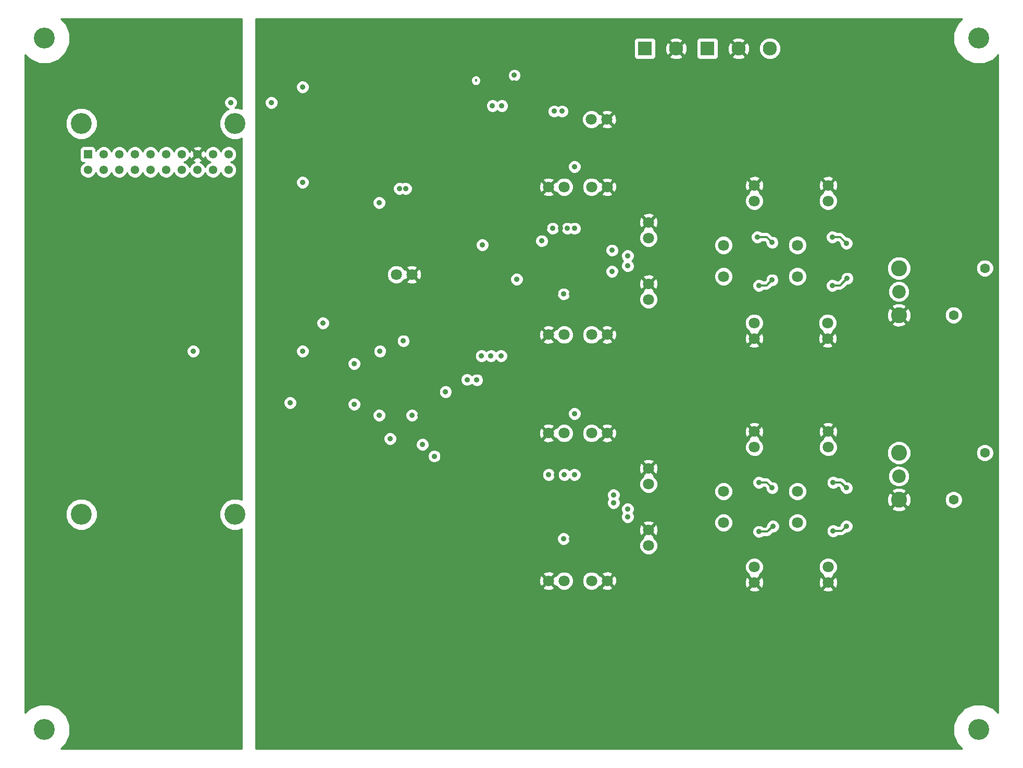
<source format=gbr>
%FSLAX34Y34*%
G04 Gerber Fmt 3.4, Leading zero omitted, Abs format*
G04 (created by PCBNEW (2014-02-03 BZR 4658)-product) date Wed 22 Jul 2015 07:24:16 AM PDT*
%MOIN*%
G01*
G70*
G90*
G04 APERTURE LIST*
%ADD10C,0.005906*%
%ADD11R,0.054370X0.054370*%
%ADD12C,0.054370*%
%ADD13C,0.070866*%
%ADD14R,0.090551X0.090551*%
%ADD15C,0.090551*%
%ADD16C,0.102362*%
%ADD17C,0.086614*%
%ADD18C,0.062992*%
%ADD19C,0.133900*%
%ADD20C,0.035000*%
%ADD21C,0.012000*%
%ADD22C,0.010000*%
G04 APERTURE END LIST*
G54D10*
G54D11*
X18064Y-22712D03*
G54D12*
X18064Y-23712D03*
X19064Y-22712D03*
X19064Y-23712D03*
X20064Y-22712D03*
X20064Y-23712D03*
X21064Y-22712D03*
X21064Y-23712D03*
X22064Y-22712D03*
X22064Y-23712D03*
X23064Y-22712D03*
X23064Y-23712D03*
X24064Y-22712D03*
X24064Y-23712D03*
X25064Y-22712D03*
X25064Y-23712D03*
X26064Y-22712D03*
X26064Y-23712D03*
X27064Y-22712D03*
X27064Y-23712D03*
G54D13*
X37800Y-30400D03*
X38800Y-30400D03*
X48538Y-49998D03*
X47538Y-49998D03*
X50294Y-49998D03*
X51294Y-49998D03*
X53944Y-47742D03*
X53944Y-46742D03*
X53944Y-43805D03*
X53944Y-42805D03*
X50294Y-40549D03*
X51294Y-40549D03*
X48538Y-40549D03*
X47538Y-40549D03*
X48538Y-34250D03*
X47538Y-34250D03*
X50294Y-34250D03*
X51294Y-34250D03*
X53944Y-31994D03*
X53944Y-30994D03*
X53944Y-28057D03*
X53944Y-27057D03*
X50294Y-24801D03*
X51294Y-24801D03*
X48538Y-24801D03*
X47538Y-24801D03*
X50287Y-20472D03*
X51287Y-20472D03*
X60700Y-33500D03*
X60700Y-34500D03*
X60711Y-24696D03*
X60711Y-25696D03*
X65400Y-33500D03*
X65400Y-34500D03*
X65435Y-24696D03*
X65435Y-25696D03*
X58742Y-28527D03*
X58742Y-30527D03*
X63466Y-28527D03*
X63466Y-30527D03*
X60711Y-49106D03*
X60711Y-50106D03*
X60711Y-40444D03*
X60711Y-41444D03*
X65435Y-49106D03*
X65435Y-50106D03*
X65435Y-40444D03*
X65435Y-41444D03*
X58742Y-44275D03*
X58742Y-46275D03*
X63466Y-44275D03*
X63466Y-46275D03*
G54D14*
X53700Y-15950D03*
G54D15*
X55700Y-15950D03*
G54D14*
X57700Y-15950D03*
G54D15*
X59700Y-15950D03*
X61700Y-15950D03*
G54D16*
X69968Y-32996D03*
X69968Y-29996D03*
G54D17*
X69968Y-31496D03*
G54D18*
X75468Y-29996D03*
X73468Y-32996D03*
G54D16*
X69968Y-44807D03*
X69968Y-41807D03*
G54D17*
X69968Y-43307D03*
G54D18*
X75468Y-41807D03*
X73468Y-44807D03*
G54D19*
X15279Y-15279D03*
X75074Y-15279D03*
X15279Y-59523D03*
X75074Y-59523D03*
X27486Y-45744D03*
X17643Y-45744D03*
X17643Y-20744D03*
X27486Y-20744D03*
G54D20*
X61000Y-46850D03*
X61900Y-46500D03*
X66600Y-46500D03*
X65750Y-46800D03*
X66650Y-30650D03*
X65700Y-31100D03*
X61850Y-30750D03*
X61000Y-31100D03*
X43956Y-19606D03*
X44556Y-19606D03*
X45356Y-17656D03*
X38000Y-24900D03*
X38400Y-24900D03*
X36700Y-25800D03*
X61850Y-44050D03*
X61000Y-43700D03*
X66600Y-44050D03*
X65750Y-43700D03*
X66600Y-28400D03*
X65700Y-28000D03*
X60900Y-28000D03*
X61850Y-28350D03*
X43250Y-35600D03*
X40950Y-37900D03*
X43850Y-35600D03*
X42330Y-37130D03*
X44500Y-35600D03*
X42950Y-37150D03*
X39480Y-41280D03*
X40230Y-42030D03*
X51600Y-30200D03*
X52600Y-29200D03*
X51600Y-28850D03*
X52600Y-29850D03*
X52600Y-45400D03*
X51700Y-44500D03*
X51700Y-45000D03*
X52600Y-45900D03*
X36500Y-18400D03*
X31300Y-15400D03*
X35900Y-15400D03*
X44256Y-17806D03*
X52000Y-46300D03*
X60450Y-46850D03*
X65150Y-46800D03*
X60450Y-31100D03*
X65150Y-31100D03*
X48050Y-43200D03*
X52150Y-42250D03*
X51200Y-43100D03*
X48150Y-42400D03*
X49950Y-43200D03*
X51250Y-46550D03*
X49950Y-47300D03*
X47950Y-47300D03*
X49000Y-47300D03*
X51000Y-48050D03*
X47850Y-48050D03*
X49206Y-18156D03*
X48856Y-18156D03*
X45356Y-18156D03*
X45006Y-18156D03*
X45006Y-18656D03*
X37400Y-25800D03*
X37400Y-25400D03*
X45356Y-18656D03*
X48300Y-27450D03*
X47300Y-27450D03*
X48050Y-26750D03*
X51150Y-27400D03*
X52100Y-26550D03*
X52100Y-30400D03*
X51300Y-30850D03*
X49950Y-27450D03*
X39250Y-35300D03*
X51100Y-32350D03*
X47800Y-32350D03*
X49950Y-31650D03*
X48000Y-31650D03*
X49000Y-31650D03*
X36650Y-40900D03*
X36000Y-39400D03*
X39300Y-39400D03*
X33100Y-35400D03*
X36200Y-32000D03*
X35900Y-29000D03*
X31000Y-39200D03*
X31800Y-36100D03*
X39600Y-25500D03*
X32450Y-32400D03*
X36450Y-34700D03*
X36250Y-35300D03*
X25300Y-15400D03*
X25700Y-39200D03*
X24800Y-36100D03*
X31800Y-24500D03*
X31800Y-18400D03*
X35100Y-38700D03*
X35100Y-36100D03*
X45500Y-30700D03*
X43300Y-28500D03*
X49200Y-39300D03*
X49200Y-43200D03*
X49200Y-27450D03*
X49200Y-23500D03*
X27200Y-19400D03*
X24800Y-35300D03*
X29800Y-19400D03*
X48550Y-43200D03*
X47550Y-43200D03*
X48500Y-47300D03*
X48406Y-19956D03*
X47906Y-19956D03*
X47800Y-27450D03*
X48750Y-27450D03*
X47100Y-28250D03*
X48500Y-31650D03*
X37400Y-40900D03*
X36700Y-39400D03*
X38800Y-39400D03*
X31000Y-38600D03*
X31800Y-35300D03*
X33100Y-33500D03*
X38250Y-34650D03*
X36750Y-35300D03*
G54D21*
X42893Y-17956D02*
X42893Y-18006D01*
X61000Y-46850D02*
X61550Y-46850D01*
X61550Y-46850D02*
X61900Y-46500D01*
X66300Y-46800D02*
X66600Y-46500D01*
X65750Y-46800D02*
X66300Y-46800D01*
X65700Y-31100D02*
X66200Y-31100D01*
X66200Y-31100D02*
X66650Y-30650D01*
X61000Y-31100D02*
X61500Y-31100D01*
X61500Y-31100D02*
X61850Y-30750D01*
X61500Y-43700D02*
X61850Y-44050D01*
X61000Y-43700D02*
X61500Y-43700D01*
X66250Y-43700D02*
X66600Y-44050D01*
X65750Y-43700D02*
X66250Y-43700D01*
X65700Y-28000D02*
X66200Y-28000D01*
X66200Y-28000D02*
X66600Y-28400D01*
X60900Y-28000D02*
X61500Y-28000D01*
X61500Y-28000D02*
X61850Y-28350D01*
G54D10*
G36*
X76305Y-58455D02*
X76033Y-58183D01*
X76033Y-41695D01*
X76033Y-29884D01*
X75947Y-29676D01*
X75788Y-29517D01*
X75581Y-29431D01*
X75356Y-29431D01*
X75148Y-29516D01*
X74989Y-29675D01*
X74903Y-29883D01*
X74903Y-30107D01*
X74989Y-30315D01*
X75148Y-30474D01*
X75355Y-30560D01*
X75580Y-30561D01*
X75788Y-30475D01*
X75947Y-30316D01*
X76033Y-30108D01*
X76033Y-29884D01*
X76033Y-41695D01*
X75947Y-41487D01*
X75788Y-41328D01*
X75581Y-41242D01*
X75356Y-41242D01*
X75148Y-41327D01*
X74989Y-41486D01*
X74903Y-41694D01*
X74903Y-41918D01*
X74989Y-42126D01*
X75148Y-42285D01*
X75355Y-42371D01*
X75580Y-42372D01*
X75788Y-42286D01*
X75947Y-42127D01*
X76033Y-41919D01*
X76033Y-41695D01*
X76033Y-58183D01*
X75996Y-58146D01*
X75399Y-57898D01*
X74752Y-57897D01*
X74155Y-58144D01*
X74033Y-58266D01*
X74033Y-44695D01*
X74033Y-32884D01*
X73947Y-32676D01*
X73788Y-32517D01*
X73581Y-32431D01*
X73356Y-32431D01*
X73148Y-32516D01*
X72989Y-32675D01*
X72903Y-32883D01*
X72903Y-33107D01*
X72989Y-33315D01*
X73148Y-33474D01*
X73355Y-33560D01*
X73580Y-33561D01*
X73788Y-33475D01*
X73947Y-33316D01*
X74033Y-33108D01*
X74033Y-32884D01*
X74033Y-44695D01*
X73947Y-44487D01*
X73788Y-44328D01*
X73581Y-44242D01*
X73356Y-44242D01*
X73148Y-44327D01*
X72989Y-44486D01*
X72903Y-44694D01*
X72903Y-44918D01*
X72989Y-45126D01*
X73148Y-45285D01*
X73355Y-45371D01*
X73580Y-45372D01*
X73788Y-45286D01*
X73947Y-45127D01*
X74033Y-44919D01*
X74033Y-44695D01*
X74033Y-58266D01*
X73697Y-58601D01*
X73449Y-59198D01*
X73449Y-59845D01*
X73695Y-60443D01*
X74006Y-60753D01*
X70733Y-60753D01*
X70733Y-44939D01*
X70733Y-33128D01*
X70730Y-32991D01*
X70730Y-29845D01*
X70614Y-29565D01*
X70400Y-29350D01*
X70120Y-29234D01*
X69817Y-29234D01*
X69537Y-29349D01*
X69323Y-29563D01*
X69206Y-29843D01*
X69206Y-30146D01*
X69322Y-30427D01*
X69536Y-30641D01*
X69816Y-30757D01*
X70119Y-30758D01*
X70399Y-30642D01*
X70613Y-30428D01*
X70730Y-30148D01*
X70730Y-29845D01*
X70730Y-32991D01*
X70726Y-32825D01*
X70651Y-32645D01*
X70651Y-31360D01*
X70547Y-31109D01*
X70355Y-30917D01*
X70104Y-30813D01*
X69833Y-30812D01*
X69582Y-30916D01*
X69389Y-31108D01*
X69285Y-31359D01*
X69285Y-31631D01*
X69389Y-31882D01*
X69581Y-32074D01*
X69832Y-32179D01*
X70103Y-32179D01*
X70354Y-32075D01*
X70547Y-31883D01*
X70651Y-31632D01*
X70651Y-31360D01*
X70651Y-32645D01*
X70624Y-32580D01*
X70507Y-32527D01*
X70436Y-32598D01*
X70436Y-32456D01*
X70383Y-32339D01*
X70100Y-32230D01*
X69797Y-32238D01*
X69553Y-32339D01*
X69500Y-32456D01*
X69968Y-32925D01*
X70436Y-32456D01*
X70436Y-32598D01*
X70039Y-32996D01*
X70507Y-33464D01*
X70624Y-33411D01*
X70733Y-33128D01*
X70733Y-44939D01*
X70730Y-44802D01*
X70730Y-41656D01*
X70614Y-41376D01*
X70436Y-41198D01*
X70436Y-33535D01*
X69968Y-33066D01*
X69897Y-33137D01*
X69897Y-32996D01*
X69429Y-32527D01*
X69312Y-32580D01*
X69203Y-32863D01*
X69210Y-33166D01*
X69312Y-33411D01*
X69429Y-33464D01*
X69897Y-32996D01*
X69897Y-33137D01*
X69500Y-33535D01*
X69553Y-33652D01*
X69836Y-33761D01*
X70139Y-33753D01*
X70383Y-33652D01*
X70436Y-33535D01*
X70436Y-41198D01*
X70400Y-41161D01*
X70120Y-41045D01*
X69817Y-41045D01*
X69537Y-41160D01*
X69323Y-41374D01*
X69206Y-41654D01*
X69206Y-41957D01*
X69322Y-42238D01*
X69536Y-42452D01*
X69816Y-42568D01*
X70119Y-42569D01*
X70399Y-42453D01*
X70613Y-42239D01*
X70730Y-41959D01*
X70730Y-41656D01*
X70730Y-44802D01*
X70726Y-44636D01*
X70651Y-44456D01*
X70651Y-43171D01*
X70547Y-42920D01*
X70355Y-42728D01*
X70104Y-42624D01*
X69833Y-42623D01*
X69582Y-42727D01*
X69389Y-42919D01*
X69285Y-43170D01*
X69285Y-43442D01*
X69389Y-43693D01*
X69581Y-43885D01*
X69832Y-43990D01*
X70103Y-43990D01*
X70354Y-43886D01*
X70547Y-43694D01*
X70651Y-43443D01*
X70651Y-43171D01*
X70651Y-44456D01*
X70624Y-44391D01*
X70507Y-44338D01*
X70436Y-44409D01*
X70436Y-44267D01*
X70383Y-44150D01*
X70100Y-44041D01*
X69797Y-44049D01*
X69553Y-44150D01*
X69500Y-44267D01*
X69968Y-44736D01*
X70436Y-44267D01*
X70436Y-44409D01*
X70039Y-44807D01*
X70507Y-45275D01*
X70624Y-45222D01*
X70733Y-44939D01*
X70733Y-60753D01*
X70436Y-60753D01*
X70436Y-45346D01*
X69968Y-44877D01*
X69897Y-44948D01*
X69897Y-44807D01*
X69429Y-44338D01*
X69312Y-44391D01*
X69203Y-44674D01*
X69210Y-44977D01*
X69312Y-45222D01*
X69429Y-45275D01*
X69897Y-44807D01*
X69897Y-44948D01*
X69500Y-45346D01*
X69553Y-45463D01*
X69836Y-45572D01*
X70139Y-45564D01*
X70383Y-45463D01*
X70436Y-45346D01*
X70436Y-60753D01*
X67075Y-60753D01*
X67075Y-30565D01*
X67025Y-30444D01*
X67025Y-28315D01*
X66960Y-28159D01*
X66841Y-28039D01*
X66684Y-27975D01*
X66613Y-27975D01*
X66419Y-27780D01*
X66318Y-27713D01*
X66200Y-27690D01*
X66044Y-27690D01*
X66044Y-24791D01*
X66034Y-24551D01*
X65961Y-24376D01*
X65860Y-24342D01*
X65789Y-24413D01*
X65789Y-24271D01*
X65755Y-24170D01*
X65530Y-24088D01*
X65289Y-24098D01*
X65114Y-24170D01*
X65080Y-24271D01*
X65435Y-24626D01*
X65789Y-24271D01*
X65789Y-24413D01*
X65506Y-24696D01*
X65860Y-25051D01*
X65961Y-25017D01*
X66044Y-24791D01*
X66044Y-27690D01*
X66039Y-27690D01*
X66039Y-25577D01*
X65948Y-25354D01*
X65778Y-25184D01*
X65770Y-25181D01*
X65789Y-25122D01*
X65435Y-24767D01*
X65364Y-24838D01*
X65364Y-24696D01*
X65010Y-24342D01*
X64909Y-24376D01*
X64826Y-24602D01*
X64836Y-24842D01*
X64909Y-25017D01*
X65010Y-25051D01*
X65364Y-24696D01*
X65364Y-24838D01*
X65080Y-25122D01*
X65100Y-25181D01*
X65093Y-25184D01*
X64923Y-25354D01*
X64831Y-25576D01*
X64830Y-25816D01*
X64922Y-26038D01*
X65092Y-26208D01*
X65314Y-26301D01*
X65555Y-26301D01*
X65777Y-26209D01*
X65947Y-26039D01*
X66039Y-25817D01*
X66039Y-25577D01*
X66039Y-27690D01*
X65991Y-27690D01*
X65941Y-27639D01*
X65784Y-27575D01*
X65615Y-27574D01*
X65459Y-27639D01*
X65339Y-27758D01*
X65275Y-27915D01*
X65274Y-28084D01*
X65339Y-28240D01*
X65458Y-28360D01*
X65615Y-28424D01*
X65784Y-28425D01*
X65940Y-28360D01*
X65991Y-28310D01*
X66071Y-28310D01*
X66174Y-28413D01*
X66174Y-28484D01*
X66239Y-28640D01*
X66358Y-28760D01*
X66515Y-28824D01*
X66684Y-28825D01*
X66840Y-28760D01*
X66960Y-28641D01*
X67024Y-28484D01*
X67025Y-28315D01*
X67025Y-30444D01*
X67010Y-30409D01*
X66891Y-30289D01*
X66734Y-30225D01*
X66565Y-30224D01*
X66409Y-30289D01*
X66289Y-30408D01*
X66225Y-30565D01*
X66225Y-30636D01*
X66071Y-30790D01*
X65991Y-30790D01*
X65941Y-30739D01*
X65784Y-30675D01*
X65615Y-30674D01*
X65459Y-30739D01*
X65339Y-30858D01*
X65275Y-31015D01*
X65274Y-31184D01*
X65339Y-31340D01*
X65458Y-31460D01*
X65615Y-31524D01*
X65784Y-31525D01*
X65940Y-31460D01*
X65991Y-31410D01*
X66200Y-31410D01*
X66318Y-31386D01*
X66419Y-31319D01*
X66663Y-31075D01*
X66734Y-31075D01*
X66890Y-31010D01*
X67010Y-30891D01*
X67074Y-30734D01*
X67075Y-30565D01*
X67075Y-60753D01*
X67025Y-60753D01*
X67025Y-46415D01*
X67025Y-43965D01*
X66960Y-43809D01*
X66841Y-43689D01*
X66684Y-43625D01*
X66613Y-43625D01*
X66469Y-43480D01*
X66368Y-43413D01*
X66250Y-43390D01*
X66044Y-43390D01*
X66044Y-40539D01*
X66034Y-40299D01*
X66008Y-40238D01*
X66008Y-34594D01*
X66004Y-34489D01*
X66004Y-33380D01*
X65912Y-33158D01*
X65742Y-32987D01*
X65520Y-32895D01*
X65280Y-32895D01*
X65058Y-32987D01*
X64887Y-33157D01*
X64795Y-33379D01*
X64795Y-33619D01*
X64887Y-33841D01*
X65057Y-34012D01*
X65065Y-34015D01*
X65045Y-34074D01*
X65400Y-34429D01*
X65754Y-34074D01*
X65734Y-34015D01*
X65741Y-34012D01*
X65912Y-33842D01*
X66004Y-33620D01*
X66004Y-33380D01*
X66004Y-34489D01*
X65998Y-34354D01*
X65926Y-34179D01*
X65825Y-34145D01*
X65470Y-34500D01*
X65825Y-34854D01*
X65926Y-34820D01*
X66008Y-34594D01*
X66008Y-40238D01*
X65961Y-40124D01*
X65860Y-40090D01*
X65789Y-40161D01*
X65789Y-40019D01*
X65755Y-39918D01*
X65754Y-39918D01*
X65754Y-34925D01*
X65400Y-34570D01*
X65329Y-34641D01*
X65329Y-34500D01*
X64974Y-34145D01*
X64873Y-34179D01*
X64791Y-34405D01*
X64801Y-34645D01*
X64873Y-34820D01*
X64974Y-34854D01*
X65329Y-34500D01*
X65329Y-34641D01*
X65045Y-34925D01*
X65079Y-35026D01*
X65305Y-35108D01*
X65545Y-35098D01*
X65720Y-35026D01*
X65754Y-34925D01*
X65754Y-39918D01*
X65530Y-39836D01*
X65289Y-39846D01*
X65114Y-39918D01*
X65080Y-40019D01*
X65435Y-40374D01*
X65789Y-40019D01*
X65789Y-40161D01*
X65506Y-40444D01*
X65860Y-40799D01*
X65961Y-40765D01*
X66044Y-40539D01*
X66044Y-43390D01*
X66041Y-43390D01*
X66039Y-43388D01*
X66039Y-41325D01*
X65948Y-41103D01*
X65778Y-40932D01*
X65770Y-40929D01*
X65789Y-40870D01*
X65435Y-40515D01*
X65364Y-40586D01*
X65364Y-40444D01*
X65010Y-40090D01*
X64909Y-40124D01*
X64826Y-40350D01*
X64836Y-40590D01*
X64909Y-40765D01*
X65010Y-40799D01*
X65364Y-40444D01*
X65364Y-40586D01*
X65080Y-40870D01*
X65100Y-40929D01*
X65093Y-40932D01*
X64923Y-41102D01*
X64831Y-41324D01*
X64830Y-41564D01*
X64922Y-41786D01*
X65092Y-41956D01*
X65314Y-42049D01*
X65555Y-42049D01*
X65777Y-41957D01*
X65947Y-41787D01*
X66039Y-41565D01*
X66039Y-41325D01*
X66039Y-43388D01*
X65991Y-43339D01*
X65834Y-43275D01*
X65665Y-43274D01*
X65509Y-43339D01*
X65389Y-43458D01*
X65325Y-43615D01*
X65324Y-43784D01*
X65389Y-43940D01*
X65508Y-44060D01*
X65665Y-44124D01*
X65834Y-44125D01*
X65990Y-44060D01*
X66041Y-44010D01*
X66121Y-44010D01*
X66174Y-44063D01*
X66174Y-44134D01*
X66239Y-44290D01*
X66358Y-44410D01*
X66515Y-44474D01*
X66684Y-44475D01*
X66840Y-44410D01*
X66960Y-44291D01*
X67024Y-44134D01*
X67025Y-43965D01*
X67025Y-46415D01*
X66960Y-46259D01*
X66841Y-46139D01*
X66684Y-46075D01*
X66515Y-46074D01*
X66359Y-46139D01*
X66239Y-46258D01*
X66175Y-46415D01*
X66175Y-46486D01*
X66171Y-46490D01*
X66041Y-46490D01*
X65991Y-46439D01*
X65834Y-46375D01*
X65665Y-46374D01*
X65509Y-46439D01*
X65389Y-46558D01*
X65325Y-46715D01*
X65324Y-46884D01*
X65389Y-47040D01*
X65508Y-47160D01*
X65665Y-47224D01*
X65834Y-47225D01*
X65990Y-47160D01*
X66041Y-47110D01*
X66300Y-47110D01*
X66418Y-47086D01*
X66519Y-47019D01*
X66613Y-46925D01*
X66684Y-46925D01*
X66840Y-46860D01*
X66960Y-46741D01*
X67024Y-46584D01*
X67025Y-46415D01*
X67025Y-60753D01*
X66044Y-60753D01*
X66044Y-50201D01*
X66039Y-50096D01*
X66039Y-48986D01*
X65948Y-48764D01*
X65778Y-48594D01*
X65556Y-48502D01*
X65315Y-48501D01*
X65093Y-48593D01*
X64923Y-48763D01*
X64831Y-48985D01*
X64830Y-49225D01*
X64922Y-49448D01*
X65092Y-49618D01*
X65100Y-49621D01*
X65080Y-49681D01*
X65435Y-50035D01*
X65789Y-49681D01*
X65770Y-49621D01*
X65777Y-49618D01*
X65947Y-49449D01*
X66039Y-49227D01*
X66039Y-48986D01*
X66039Y-50096D01*
X66034Y-49960D01*
X65961Y-49785D01*
X65860Y-49751D01*
X65506Y-50106D01*
X65860Y-50460D01*
X65961Y-50426D01*
X66044Y-50201D01*
X66044Y-60753D01*
X65789Y-60753D01*
X65789Y-50531D01*
X65435Y-50177D01*
X65364Y-50247D01*
X65364Y-50106D01*
X65010Y-49751D01*
X64909Y-49785D01*
X64826Y-50011D01*
X64836Y-50251D01*
X64909Y-50426D01*
X65010Y-50460D01*
X65364Y-50106D01*
X65364Y-50247D01*
X65080Y-50531D01*
X65114Y-50632D01*
X65340Y-50715D01*
X65580Y-50705D01*
X65755Y-50632D01*
X65789Y-50531D01*
X65789Y-60753D01*
X64071Y-60753D01*
X64071Y-46155D01*
X64071Y-44155D01*
X64071Y-30407D01*
X64071Y-28407D01*
X63979Y-28185D01*
X63809Y-28015D01*
X63587Y-27923D01*
X63347Y-27923D01*
X63125Y-28014D01*
X62954Y-28184D01*
X62862Y-28406D01*
X62862Y-28647D01*
X62954Y-28869D01*
X63124Y-29039D01*
X63346Y-29131D01*
X63586Y-29131D01*
X63808Y-29040D01*
X63978Y-28870D01*
X64071Y-28648D01*
X64071Y-28407D01*
X64071Y-30407D01*
X63979Y-30185D01*
X63809Y-30015D01*
X63587Y-29923D01*
X63347Y-29923D01*
X63125Y-30014D01*
X62954Y-30184D01*
X62862Y-30406D01*
X62862Y-30647D01*
X62954Y-30869D01*
X63124Y-31039D01*
X63346Y-31131D01*
X63586Y-31131D01*
X63808Y-31040D01*
X63978Y-30870D01*
X64071Y-30648D01*
X64071Y-30407D01*
X64071Y-44155D01*
X63979Y-43933D01*
X63809Y-43763D01*
X63587Y-43671D01*
X63347Y-43671D01*
X63125Y-43762D01*
X62954Y-43932D01*
X62862Y-44154D01*
X62862Y-44395D01*
X62954Y-44617D01*
X63124Y-44787D01*
X63346Y-44879D01*
X63586Y-44880D01*
X63808Y-44788D01*
X63978Y-44618D01*
X64071Y-44396D01*
X64071Y-44155D01*
X64071Y-46155D01*
X63979Y-45933D01*
X63809Y-45763D01*
X63587Y-45671D01*
X63347Y-45671D01*
X63125Y-45762D01*
X62954Y-45932D01*
X62862Y-46154D01*
X62862Y-46395D01*
X62954Y-46617D01*
X63124Y-46787D01*
X63346Y-46879D01*
X63586Y-46880D01*
X63808Y-46788D01*
X63978Y-46618D01*
X64071Y-46396D01*
X64071Y-46155D01*
X64071Y-60753D01*
X62402Y-60753D01*
X62402Y-15810D01*
X62296Y-15552D01*
X62098Y-15354D01*
X61840Y-15247D01*
X61560Y-15247D01*
X61302Y-15353D01*
X61104Y-15551D01*
X60997Y-15809D01*
X60997Y-16089D01*
X61103Y-16347D01*
X61301Y-16545D01*
X61559Y-16652D01*
X61839Y-16652D01*
X62097Y-16546D01*
X62295Y-16348D01*
X62402Y-16090D01*
X62402Y-15810D01*
X62402Y-60753D01*
X62325Y-60753D01*
X62325Y-46415D01*
X62275Y-46294D01*
X62275Y-43965D01*
X62275Y-30665D01*
X62275Y-28265D01*
X62210Y-28109D01*
X62091Y-27989D01*
X61934Y-27925D01*
X61863Y-27925D01*
X61719Y-27780D01*
X61618Y-27713D01*
X61500Y-27690D01*
X61319Y-27690D01*
X61319Y-24791D01*
X61309Y-24551D01*
X61237Y-24376D01*
X61136Y-24342D01*
X61065Y-24413D01*
X61065Y-24271D01*
X61031Y-24170D01*
X60805Y-24088D01*
X60565Y-24098D01*
X60406Y-24163D01*
X60406Y-16068D01*
X60398Y-15788D01*
X60307Y-15570D01*
X60196Y-15524D01*
X60125Y-15594D01*
X60125Y-15453D01*
X60079Y-15342D01*
X59818Y-15243D01*
X59538Y-15251D01*
X59320Y-15342D01*
X59274Y-15453D01*
X59700Y-15879D01*
X60125Y-15453D01*
X60125Y-15594D01*
X59770Y-15950D01*
X60196Y-16375D01*
X60307Y-16329D01*
X60406Y-16068D01*
X60406Y-24163D01*
X60390Y-24170D01*
X60356Y-24271D01*
X60711Y-24626D01*
X61065Y-24271D01*
X61065Y-24413D01*
X60781Y-24696D01*
X61136Y-25051D01*
X61237Y-25017D01*
X61319Y-24791D01*
X61319Y-27690D01*
X61315Y-27690D01*
X61315Y-25577D01*
X61223Y-25354D01*
X61053Y-25184D01*
X61045Y-25181D01*
X61065Y-25122D01*
X60711Y-24767D01*
X60640Y-24838D01*
X60640Y-24696D01*
X60285Y-24342D01*
X60184Y-24376D01*
X60125Y-24537D01*
X60125Y-16446D01*
X59700Y-16020D01*
X59629Y-16091D01*
X59629Y-15950D01*
X59203Y-15524D01*
X59092Y-15570D01*
X58993Y-15831D01*
X59001Y-16111D01*
X59092Y-16329D01*
X59203Y-16375D01*
X59629Y-15950D01*
X59629Y-16091D01*
X59274Y-16446D01*
X59320Y-16557D01*
X59581Y-16656D01*
X59861Y-16648D01*
X60079Y-16557D01*
X60125Y-16446D01*
X60125Y-24537D01*
X60102Y-24602D01*
X60112Y-24842D01*
X60184Y-25017D01*
X60285Y-25051D01*
X60640Y-24696D01*
X60640Y-24838D01*
X60356Y-25122D01*
X60376Y-25181D01*
X60369Y-25184D01*
X60198Y-25354D01*
X60106Y-25576D01*
X60106Y-25816D01*
X60198Y-26038D01*
X60368Y-26208D01*
X60590Y-26301D01*
X60830Y-26301D01*
X61052Y-26209D01*
X61223Y-26039D01*
X61315Y-25817D01*
X61315Y-25577D01*
X61315Y-27690D01*
X61191Y-27690D01*
X61141Y-27639D01*
X60984Y-27575D01*
X60815Y-27574D01*
X60659Y-27639D01*
X60539Y-27758D01*
X60475Y-27915D01*
X60474Y-28084D01*
X60539Y-28240D01*
X60658Y-28360D01*
X60815Y-28424D01*
X60984Y-28425D01*
X61140Y-28360D01*
X61191Y-28310D01*
X61371Y-28310D01*
X61424Y-28363D01*
X61424Y-28434D01*
X61489Y-28590D01*
X61608Y-28710D01*
X61765Y-28774D01*
X61934Y-28775D01*
X62090Y-28710D01*
X62210Y-28591D01*
X62274Y-28434D01*
X62275Y-28265D01*
X62275Y-30665D01*
X62210Y-30509D01*
X62091Y-30389D01*
X61934Y-30325D01*
X61765Y-30324D01*
X61609Y-30389D01*
X61489Y-30508D01*
X61425Y-30665D01*
X61425Y-30736D01*
X61371Y-30790D01*
X61291Y-30790D01*
X61241Y-30739D01*
X61084Y-30675D01*
X60915Y-30674D01*
X60759Y-30739D01*
X60639Y-30858D01*
X60575Y-31015D01*
X60574Y-31184D01*
X60639Y-31340D01*
X60758Y-31460D01*
X60915Y-31524D01*
X61084Y-31525D01*
X61240Y-31460D01*
X61291Y-31410D01*
X61500Y-31410D01*
X61618Y-31386D01*
X61719Y-31319D01*
X61863Y-31175D01*
X61934Y-31175D01*
X62090Y-31110D01*
X62210Y-30991D01*
X62274Y-30834D01*
X62275Y-30665D01*
X62275Y-43965D01*
X62210Y-43809D01*
X62091Y-43689D01*
X61934Y-43625D01*
X61863Y-43625D01*
X61719Y-43480D01*
X61618Y-43413D01*
X61500Y-43390D01*
X61319Y-43390D01*
X61319Y-40539D01*
X61309Y-40299D01*
X61308Y-40297D01*
X61308Y-34594D01*
X61304Y-34489D01*
X61304Y-33380D01*
X61212Y-33158D01*
X61042Y-32987D01*
X60820Y-32895D01*
X60580Y-32895D01*
X60358Y-32987D01*
X60187Y-33157D01*
X60095Y-33379D01*
X60095Y-33619D01*
X60187Y-33841D01*
X60357Y-34012D01*
X60365Y-34015D01*
X60345Y-34074D01*
X60700Y-34429D01*
X61054Y-34074D01*
X61034Y-34015D01*
X61041Y-34012D01*
X61212Y-33842D01*
X61304Y-33620D01*
X61304Y-33380D01*
X61304Y-34489D01*
X61298Y-34354D01*
X61226Y-34179D01*
X61125Y-34145D01*
X60770Y-34500D01*
X61125Y-34854D01*
X61226Y-34820D01*
X61308Y-34594D01*
X61308Y-40297D01*
X61237Y-40124D01*
X61136Y-40090D01*
X61065Y-40161D01*
X61065Y-40019D01*
X61054Y-39986D01*
X61054Y-34925D01*
X60700Y-34570D01*
X60629Y-34641D01*
X60629Y-34500D01*
X60274Y-34145D01*
X60173Y-34179D01*
X60091Y-34405D01*
X60101Y-34645D01*
X60173Y-34820D01*
X60274Y-34854D01*
X60629Y-34500D01*
X60629Y-34641D01*
X60345Y-34925D01*
X60379Y-35026D01*
X60605Y-35108D01*
X60845Y-35098D01*
X61020Y-35026D01*
X61054Y-34925D01*
X61054Y-39986D01*
X61031Y-39918D01*
X60805Y-39836D01*
X60565Y-39846D01*
X60390Y-39918D01*
X60356Y-40019D01*
X60711Y-40374D01*
X61065Y-40019D01*
X61065Y-40161D01*
X60781Y-40444D01*
X61136Y-40799D01*
X61237Y-40765D01*
X61319Y-40539D01*
X61319Y-43390D01*
X61315Y-43390D01*
X61315Y-41325D01*
X61223Y-41103D01*
X61053Y-40932D01*
X61045Y-40929D01*
X61065Y-40870D01*
X60711Y-40515D01*
X60640Y-40586D01*
X60640Y-40444D01*
X60285Y-40090D01*
X60184Y-40124D01*
X60102Y-40350D01*
X60112Y-40590D01*
X60184Y-40765D01*
X60285Y-40799D01*
X60640Y-40444D01*
X60640Y-40586D01*
X60356Y-40870D01*
X60376Y-40929D01*
X60369Y-40932D01*
X60198Y-41102D01*
X60106Y-41324D01*
X60106Y-41564D01*
X60198Y-41786D01*
X60368Y-41956D01*
X60590Y-42049D01*
X60830Y-42049D01*
X61052Y-41957D01*
X61223Y-41787D01*
X61315Y-41565D01*
X61315Y-41325D01*
X61315Y-43390D01*
X61291Y-43390D01*
X61241Y-43339D01*
X61084Y-43275D01*
X60915Y-43274D01*
X60759Y-43339D01*
X60639Y-43458D01*
X60575Y-43615D01*
X60574Y-43784D01*
X60639Y-43940D01*
X60758Y-44060D01*
X60915Y-44124D01*
X61084Y-44125D01*
X61240Y-44060D01*
X61291Y-44010D01*
X61371Y-44010D01*
X61424Y-44063D01*
X61424Y-44134D01*
X61489Y-44290D01*
X61608Y-44410D01*
X61765Y-44474D01*
X61934Y-44475D01*
X62090Y-44410D01*
X62210Y-44291D01*
X62274Y-44134D01*
X62275Y-43965D01*
X62275Y-46294D01*
X62260Y-46259D01*
X62141Y-46139D01*
X61984Y-46075D01*
X61815Y-46074D01*
X61659Y-46139D01*
X61539Y-46258D01*
X61475Y-46415D01*
X61475Y-46486D01*
X61421Y-46540D01*
X61291Y-46540D01*
X61241Y-46489D01*
X61084Y-46425D01*
X60915Y-46424D01*
X60759Y-46489D01*
X60639Y-46608D01*
X60575Y-46765D01*
X60574Y-46934D01*
X60639Y-47090D01*
X60758Y-47210D01*
X60915Y-47274D01*
X61084Y-47275D01*
X61240Y-47210D01*
X61291Y-47160D01*
X61550Y-47160D01*
X61668Y-47136D01*
X61769Y-47069D01*
X61913Y-46925D01*
X61984Y-46925D01*
X62140Y-46860D01*
X62260Y-46741D01*
X62324Y-46584D01*
X62325Y-46415D01*
X62325Y-60753D01*
X61319Y-60753D01*
X61319Y-50201D01*
X61315Y-50096D01*
X61315Y-48986D01*
X61223Y-48764D01*
X61053Y-48594D01*
X60831Y-48502D01*
X60591Y-48501D01*
X60369Y-48593D01*
X60198Y-48763D01*
X60106Y-48985D01*
X60106Y-49225D01*
X60198Y-49448D01*
X60368Y-49618D01*
X60376Y-49621D01*
X60356Y-49681D01*
X60711Y-50035D01*
X61065Y-49681D01*
X61045Y-49621D01*
X61052Y-49618D01*
X61223Y-49449D01*
X61315Y-49227D01*
X61315Y-48986D01*
X61315Y-50096D01*
X61309Y-49960D01*
X61237Y-49785D01*
X61136Y-49751D01*
X60781Y-50106D01*
X61136Y-50460D01*
X61237Y-50426D01*
X61319Y-50201D01*
X61319Y-60753D01*
X61065Y-60753D01*
X61065Y-50531D01*
X60711Y-50177D01*
X60640Y-50247D01*
X60640Y-50106D01*
X60285Y-49751D01*
X60184Y-49785D01*
X60102Y-50011D01*
X60112Y-50251D01*
X60184Y-50426D01*
X60285Y-50460D01*
X60640Y-50106D01*
X60640Y-50247D01*
X60356Y-50531D01*
X60390Y-50632D01*
X60616Y-50715D01*
X60856Y-50705D01*
X61031Y-50632D01*
X61065Y-50531D01*
X61065Y-60753D01*
X59346Y-60753D01*
X59346Y-46155D01*
X59346Y-44155D01*
X59346Y-30407D01*
X59346Y-28407D01*
X59255Y-28185D01*
X59085Y-28015D01*
X58863Y-27923D01*
X58622Y-27923D01*
X58402Y-28014D01*
X58402Y-16452D01*
X58402Y-16353D01*
X58402Y-15447D01*
X58364Y-15355D01*
X58294Y-15285D01*
X58202Y-15247D01*
X58103Y-15247D01*
X57197Y-15247D01*
X57105Y-15285D01*
X57035Y-15355D01*
X56997Y-15447D01*
X56997Y-15546D01*
X56997Y-16452D01*
X57035Y-16544D01*
X57105Y-16614D01*
X57197Y-16652D01*
X57296Y-16652D01*
X58202Y-16652D01*
X58294Y-16614D01*
X58364Y-16544D01*
X58402Y-16452D01*
X58402Y-28014D01*
X58400Y-28014D01*
X58230Y-28184D01*
X58138Y-28406D01*
X58138Y-28647D01*
X58229Y-28869D01*
X58399Y-29039D01*
X58621Y-29131D01*
X58862Y-29131D01*
X59084Y-29040D01*
X59254Y-28870D01*
X59346Y-28648D01*
X59346Y-28407D01*
X59346Y-30407D01*
X59255Y-30185D01*
X59085Y-30015D01*
X58863Y-29923D01*
X58622Y-29923D01*
X58400Y-30014D01*
X58230Y-30184D01*
X58138Y-30406D01*
X58138Y-30647D01*
X58229Y-30869D01*
X58399Y-31039D01*
X58621Y-31131D01*
X58862Y-31131D01*
X59084Y-31040D01*
X59254Y-30870D01*
X59346Y-30648D01*
X59346Y-30407D01*
X59346Y-44155D01*
X59255Y-43933D01*
X59085Y-43763D01*
X58863Y-43671D01*
X58622Y-43671D01*
X58400Y-43762D01*
X58230Y-43932D01*
X58138Y-44154D01*
X58138Y-44395D01*
X58229Y-44617D01*
X58399Y-44787D01*
X58621Y-44879D01*
X58862Y-44880D01*
X59084Y-44788D01*
X59254Y-44618D01*
X59346Y-44396D01*
X59346Y-44155D01*
X59346Y-46155D01*
X59255Y-45933D01*
X59085Y-45763D01*
X58863Y-45671D01*
X58622Y-45671D01*
X58400Y-45762D01*
X58230Y-45932D01*
X58138Y-46154D01*
X58138Y-46395D01*
X58229Y-46617D01*
X58399Y-46787D01*
X58621Y-46879D01*
X58862Y-46880D01*
X59084Y-46788D01*
X59254Y-46618D01*
X59346Y-46396D01*
X59346Y-46155D01*
X59346Y-60753D01*
X56406Y-60753D01*
X56406Y-16068D01*
X56398Y-15788D01*
X56307Y-15570D01*
X56196Y-15524D01*
X56125Y-15594D01*
X56125Y-15453D01*
X56079Y-15342D01*
X55818Y-15243D01*
X55538Y-15251D01*
X55320Y-15342D01*
X55274Y-15453D01*
X55700Y-15879D01*
X56125Y-15453D01*
X56125Y-15594D01*
X55770Y-15950D01*
X56196Y-16375D01*
X56307Y-16329D01*
X56406Y-16068D01*
X56406Y-60753D01*
X56125Y-60753D01*
X56125Y-16446D01*
X55700Y-16020D01*
X55629Y-16091D01*
X55629Y-15950D01*
X55203Y-15524D01*
X55092Y-15570D01*
X54993Y-15831D01*
X55001Y-16111D01*
X55092Y-16329D01*
X55203Y-16375D01*
X55629Y-15950D01*
X55629Y-16091D01*
X55274Y-16446D01*
X55320Y-16557D01*
X55581Y-16656D01*
X55861Y-16648D01*
X56079Y-16557D01*
X56125Y-16446D01*
X56125Y-60753D01*
X54552Y-60753D01*
X54552Y-46837D01*
X54552Y-42900D01*
X54552Y-31089D01*
X54552Y-27152D01*
X54542Y-26912D01*
X54470Y-26736D01*
X54402Y-26714D01*
X54402Y-16452D01*
X54402Y-16353D01*
X54402Y-15447D01*
X54364Y-15355D01*
X54294Y-15285D01*
X54202Y-15247D01*
X54103Y-15247D01*
X53197Y-15247D01*
X53105Y-15285D01*
X53035Y-15355D01*
X52997Y-15447D01*
X52997Y-15546D01*
X52997Y-16452D01*
X53035Y-16544D01*
X53105Y-16614D01*
X53197Y-16652D01*
X53296Y-16652D01*
X54202Y-16652D01*
X54294Y-16614D01*
X54364Y-16544D01*
X54402Y-16452D01*
X54402Y-26714D01*
X54369Y-26702D01*
X54298Y-26773D01*
X54298Y-26632D01*
X54264Y-26531D01*
X54038Y-26448D01*
X53798Y-26458D01*
X53623Y-26531D01*
X53589Y-26632D01*
X53944Y-26986D01*
X54298Y-26632D01*
X54298Y-26773D01*
X54014Y-27057D01*
X54369Y-27412D01*
X54470Y-27378D01*
X54552Y-27152D01*
X54552Y-31089D01*
X54548Y-30984D01*
X54548Y-27937D01*
X54456Y-27715D01*
X54286Y-27545D01*
X54278Y-27542D01*
X54298Y-27482D01*
X53944Y-27128D01*
X53873Y-27198D01*
X53873Y-27057D01*
X53518Y-26702D01*
X53417Y-26736D01*
X53335Y-26962D01*
X53345Y-27202D01*
X53417Y-27378D01*
X53518Y-27412D01*
X53873Y-27057D01*
X53873Y-27198D01*
X53589Y-27482D01*
X53609Y-27541D01*
X53602Y-27544D01*
X53432Y-27714D01*
X53339Y-27936D01*
X53339Y-28177D01*
X53431Y-28399D01*
X53601Y-28569D01*
X53823Y-28661D01*
X54063Y-28661D01*
X54285Y-28570D01*
X54456Y-28400D01*
X54548Y-28178D01*
X54548Y-27937D01*
X54548Y-30984D01*
X54542Y-30849D01*
X54470Y-30673D01*
X54369Y-30639D01*
X54298Y-30710D01*
X54298Y-30569D01*
X54264Y-30468D01*
X54038Y-30385D01*
X53798Y-30395D01*
X53623Y-30468D01*
X53589Y-30569D01*
X53944Y-30923D01*
X54298Y-30569D01*
X54298Y-30710D01*
X54014Y-30994D01*
X54369Y-31349D01*
X54470Y-31315D01*
X54552Y-31089D01*
X54552Y-42900D01*
X54548Y-42795D01*
X54548Y-31874D01*
X54456Y-31652D01*
X54286Y-31482D01*
X54278Y-31479D01*
X54298Y-31419D01*
X53944Y-31065D01*
X53873Y-31135D01*
X53873Y-30994D01*
X53518Y-30639D01*
X53417Y-30673D01*
X53335Y-30899D01*
X53345Y-31139D01*
X53417Y-31315D01*
X53518Y-31349D01*
X53873Y-30994D01*
X53873Y-31135D01*
X53589Y-31419D01*
X53609Y-31478D01*
X53602Y-31481D01*
X53432Y-31651D01*
X53339Y-31873D01*
X53339Y-32114D01*
X53431Y-32336D01*
X53601Y-32506D01*
X53823Y-32598D01*
X54063Y-32598D01*
X54285Y-32507D01*
X54456Y-32337D01*
X54548Y-32115D01*
X54548Y-31874D01*
X54548Y-42795D01*
X54542Y-42660D01*
X54470Y-42484D01*
X54369Y-42450D01*
X54298Y-42521D01*
X54298Y-42380D01*
X54264Y-42279D01*
X54038Y-42196D01*
X53798Y-42206D01*
X53623Y-42279D01*
X53589Y-42380D01*
X53944Y-42734D01*
X54298Y-42380D01*
X54298Y-42521D01*
X54014Y-42805D01*
X54369Y-43160D01*
X54470Y-43126D01*
X54552Y-42900D01*
X54552Y-46837D01*
X54548Y-46732D01*
X54548Y-43685D01*
X54456Y-43463D01*
X54286Y-43293D01*
X54278Y-43290D01*
X54298Y-43230D01*
X53944Y-42876D01*
X53873Y-42946D01*
X53873Y-42805D01*
X53518Y-42450D01*
X53417Y-42484D01*
X53335Y-42710D01*
X53345Y-42950D01*
X53417Y-43126D01*
X53518Y-43160D01*
X53873Y-42805D01*
X53873Y-42946D01*
X53589Y-43230D01*
X53609Y-43289D01*
X53602Y-43292D01*
X53432Y-43462D01*
X53339Y-43684D01*
X53339Y-43925D01*
X53431Y-44147D01*
X53601Y-44317D01*
X53823Y-44409D01*
X54063Y-44409D01*
X54285Y-44318D01*
X54456Y-44148D01*
X54548Y-43926D01*
X54548Y-43685D01*
X54548Y-46732D01*
X54542Y-46597D01*
X54470Y-46421D01*
X54369Y-46387D01*
X54298Y-46458D01*
X54298Y-46317D01*
X54264Y-46216D01*
X54038Y-46133D01*
X53798Y-46143D01*
X53623Y-46216D01*
X53589Y-46317D01*
X53944Y-46671D01*
X54298Y-46317D01*
X54298Y-46458D01*
X54014Y-46742D01*
X54369Y-47097D01*
X54470Y-47063D01*
X54552Y-46837D01*
X54552Y-60753D01*
X54548Y-60753D01*
X54548Y-47622D01*
X54456Y-47400D01*
X54286Y-47230D01*
X54278Y-47227D01*
X54298Y-47167D01*
X53944Y-46813D01*
X53873Y-46883D01*
X53873Y-46742D01*
X53518Y-46387D01*
X53417Y-46421D01*
X53335Y-46647D01*
X53345Y-46887D01*
X53417Y-47063D01*
X53518Y-47097D01*
X53873Y-46742D01*
X53873Y-46883D01*
X53589Y-47167D01*
X53609Y-47226D01*
X53602Y-47229D01*
X53432Y-47399D01*
X53339Y-47621D01*
X53339Y-47862D01*
X53431Y-48084D01*
X53601Y-48254D01*
X53823Y-48346D01*
X54063Y-48346D01*
X54285Y-48255D01*
X54456Y-48085D01*
X54548Y-47863D01*
X54548Y-47622D01*
X54548Y-60753D01*
X53025Y-60753D01*
X53025Y-45815D01*
X52960Y-45659D01*
X52951Y-45650D01*
X52960Y-45641D01*
X53024Y-45484D01*
X53025Y-45315D01*
X53025Y-29765D01*
X52960Y-29609D01*
X52876Y-29524D01*
X52960Y-29441D01*
X53024Y-29284D01*
X53025Y-29115D01*
X52960Y-28959D01*
X52841Y-28839D01*
X52684Y-28775D01*
X52515Y-28774D01*
X52359Y-28839D01*
X52239Y-28958D01*
X52175Y-29115D01*
X52174Y-29284D01*
X52239Y-29440D01*
X52323Y-29525D01*
X52239Y-29608D01*
X52175Y-29765D01*
X52174Y-29934D01*
X52239Y-30090D01*
X52358Y-30210D01*
X52515Y-30274D01*
X52684Y-30275D01*
X52840Y-30210D01*
X52960Y-30091D01*
X53024Y-29934D01*
X53025Y-29765D01*
X53025Y-45315D01*
X52960Y-45159D01*
X52841Y-45039D01*
X52684Y-44975D01*
X52515Y-44974D01*
X52359Y-45039D01*
X52239Y-45158D01*
X52175Y-45315D01*
X52174Y-45484D01*
X52239Y-45640D01*
X52248Y-45649D01*
X52239Y-45658D01*
X52175Y-45815D01*
X52174Y-45984D01*
X52239Y-46140D01*
X52358Y-46260D01*
X52515Y-46324D01*
X52684Y-46325D01*
X52840Y-46260D01*
X52960Y-46141D01*
X53024Y-45984D01*
X53025Y-45815D01*
X53025Y-60753D01*
X52125Y-60753D01*
X52125Y-44915D01*
X52060Y-44759D01*
X52051Y-44750D01*
X52060Y-44741D01*
X52124Y-44584D01*
X52125Y-44415D01*
X52060Y-44259D01*
X52025Y-44224D01*
X52025Y-30115D01*
X52025Y-28765D01*
X51960Y-28609D01*
X51903Y-28552D01*
X51903Y-24896D01*
X51896Y-24727D01*
X51896Y-20567D01*
X51886Y-20326D01*
X51813Y-20151D01*
X51712Y-20117D01*
X51641Y-20188D01*
X51641Y-20047D01*
X51607Y-19946D01*
X51382Y-19863D01*
X51141Y-19873D01*
X50966Y-19946D01*
X50932Y-20047D01*
X51287Y-20401D01*
X51641Y-20047D01*
X51641Y-20188D01*
X51358Y-20472D01*
X51712Y-20826D01*
X51813Y-20792D01*
X51896Y-20567D01*
X51896Y-24727D01*
X51893Y-24656D01*
X51820Y-24481D01*
X51719Y-24447D01*
X51649Y-24517D01*
X51649Y-24376D01*
X51641Y-24355D01*
X51641Y-20897D01*
X51287Y-20543D01*
X51216Y-20613D01*
X51216Y-20472D01*
X50862Y-20117D01*
X50803Y-20137D01*
X50800Y-20130D01*
X50630Y-19960D01*
X50408Y-19868D01*
X50167Y-19868D01*
X49945Y-19959D01*
X49775Y-20129D01*
X49683Y-20351D01*
X49682Y-20592D01*
X49774Y-20814D01*
X49944Y-20984D01*
X50166Y-21076D01*
X50407Y-21076D01*
X50629Y-20985D01*
X50799Y-20815D01*
X50802Y-20807D01*
X50862Y-20826D01*
X51216Y-20472D01*
X51216Y-20613D01*
X50932Y-20897D01*
X50966Y-20998D01*
X51192Y-21081D01*
X51432Y-21071D01*
X51607Y-20998D01*
X51641Y-20897D01*
X51641Y-24355D01*
X51615Y-24275D01*
X51389Y-24192D01*
X51149Y-24202D01*
X50973Y-24275D01*
X50939Y-24376D01*
X51294Y-24730D01*
X51649Y-24376D01*
X51649Y-24517D01*
X51365Y-24801D01*
X51719Y-25156D01*
X51820Y-25122D01*
X51903Y-24896D01*
X51903Y-28552D01*
X51841Y-28489D01*
X51684Y-28425D01*
X51649Y-28425D01*
X51649Y-25226D01*
X51294Y-24872D01*
X51223Y-24942D01*
X51223Y-24801D01*
X50869Y-24447D01*
X50810Y-24466D01*
X50807Y-24459D01*
X50637Y-24289D01*
X50415Y-24197D01*
X50174Y-24197D01*
X49952Y-24288D01*
X49782Y-24458D01*
X49690Y-24680D01*
X49690Y-24921D01*
X49781Y-25143D01*
X49951Y-25313D01*
X50173Y-25405D01*
X50414Y-25406D01*
X50636Y-25314D01*
X50806Y-25144D01*
X50809Y-25136D01*
X50869Y-25156D01*
X51223Y-24801D01*
X51223Y-24942D01*
X50939Y-25226D01*
X50973Y-25327D01*
X51199Y-25410D01*
X51439Y-25400D01*
X51615Y-25327D01*
X51649Y-25226D01*
X51649Y-28425D01*
X51515Y-28424D01*
X51359Y-28489D01*
X51239Y-28608D01*
X51175Y-28765D01*
X51174Y-28934D01*
X51239Y-29090D01*
X51358Y-29210D01*
X51515Y-29274D01*
X51684Y-29275D01*
X51840Y-29210D01*
X51960Y-29091D01*
X52024Y-28934D01*
X52025Y-28765D01*
X52025Y-30115D01*
X51960Y-29959D01*
X51841Y-29839D01*
X51684Y-29775D01*
X51515Y-29774D01*
X51359Y-29839D01*
X51239Y-29958D01*
X51175Y-30115D01*
X51174Y-30284D01*
X51239Y-30440D01*
X51358Y-30560D01*
X51515Y-30624D01*
X51684Y-30625D01*
X51840Y-30560D01*
X51960Y-30441D01*
X52024Y-30284D01*
X52025Y-30115D01*
X52025Y-44224D01*
X51941Y-44139D01*
X51903Y-44124D01*
X51903Y-40644D01*
X51903Y-34345D01*
X51893Y-34104D01*
X51820Y-33929D01*
X51719Y-33895D01*
X51649Y-33966D01*
X51649Y-33825D01*
X51615Y-33724D01*
X51389Y-33641D01*
X51149Y-33651D01*
X50973Y-33724D01*
X50939Y-33825D01*
X51294Y-34179D01*
X51649Y-33825D01*
X51649Y-33966D01*
X51365Y-34250D01*
X51719Y-34604D01*
X51820Y-34570D01*
X51903Y-34345D01*
X51903Y-40644D01*
X51893Y-40404D01*
X51820Y-40229D01*
X51719Y-40195D01*
X51649Y-40265D01*
X51649Y-40124D01*
X51649Y-34675D01*
X51294Y-34321D01*
X51223Y-34391D01*
X51223Y-34250D01*
X50869Y-33895D01*
X50810Y-33915D01*
X50807Y-33908D01*
X50637Y-33738D01*
X50415Y-33646D01*
X50174Y-33645D01*
X49952Y-33737D01*
X49782Y-33907D01*
X49690Y-34129D01*
X49690Y-34370D01*
X49781Y-34592D01*
X49951Y-34762D01*
X50173Y-34854D01*
X50414Y-34854D01*
X50636Y-34763D01*
X50806Y-34593D01*
X50809Y-34584D01*
X50869Y-34604D01*
X51223Y-34250D01*
X51223Y-34391D01*
X50939Y-34675D01*
X50973Y-34776D01*
X51199Y-34859D01*
X51439Y-34849D01*
X51615Y-34776D01*
X51649Y-34675D01*
X51649Y-40124D01*
X51615Y-40023D01*
X51389Y-39940D01*
X51149Y-39950D01*
X50973Y-40023D01*
X50939Y-40124D01*
X51294Y-40478D01*
X51649Y-40124D01*
X51649Y-40265D01*
X51365Y-40549D01*
X51719Y-40904D01*
X51820Y-40870D01*
X51903Y-40644D01*
X51903Y-44124D01*
X51784Y-44075D01*
X51649Y-44074D01*
X51649Y-40974D01*
X51294Y-40620D01*
X51223Y-40691D01*
X51223Y-40549D01*
X50869Y-40195D01*
X50810Y-40214D01*
X50807Y-40207D01*
X50637Y-40037D01*
X50415Y-39945D01*
X50174Y-39945D01*
X49952Y-40036D01*
X49782Y-40206D01*
X49690Y-40428D01*
X49690Y-40669D01*
X49781Y-40891D01*
X49951Y-41061D01*
X50173Y-41153D01*
X50414Y-41154D01*
X50636Y-41062D01*
X50806Y-40892D01*
X50809Y-40884D01*
X50869Y-40904D01*
X51223Y-40549D01*
X51223Y-40691D01*
X50939Y-40974D01*
X50973Y-41075D01*
X51199Y-41158D01*
X51439Y-41148D01*
X51615Y-41075D01*
X51649Y-40974D01*
X51649Y-44074D01*
X51615Y-44074D01*
X51459Y-44139D01*
X51339Y-44258D01*
X51275Y-44415D01*
X51274Y-44584D01*
X51339Y-44740D01*
X51348Y-44749D01*
X51339Y-44758D01*
X51275Y-44915D01*
X51274Y-45084D01*
X51339Y-45240D01*
X51458Y-45360D01*
X51615Y-45424D01*
X51784Y-45425D01*
X51940Y-45360D01*
X52060Y-45241D01*
X52124Y-45084D01*
X52125Y-44915D01*
X52125Y-60753D01*
X51903Y-60753D01*
X51903Y-50093D01*
X51893Y-49852D01*
X51820Y-49677D01*
X51719Y-49643D01*
X51649Y-49714D01*
X51649Y-49573D01*
X51615Y-49472D01*
X51389Y-49389D01*
X51149Y-49399D01*
X50973Y-49472D01*
X50939Y-49573D01*
X51294Y-49927D01*
X51649Y-49573D01*
X51649Y-49714D01*
X51365Y-49998D01*
X51719Y-50352D01*
X51820Y-50318D01*
X51903Y-50093D01*
X51903Y-60753D01*
X51649Y-60753D01*
X51649Y-50423D01*
X51294Y-50069D01*
X51223Y-50139D01*
X51223Y-49998D01*
X50869Y-49643D01*
X50810Y-49663D01*
X50807Y-49656D01*
X50637Y-49486D01*
X50415Y-49394D01*
X50174Y-49393D01*
X49952Y-49485D01*
X49782Y-49655D01*
X49690Y-49877D01*
X49690Y-50118D01*
X49781Y-50340D01*
X49951Y-50510D01*
X50173Y-50602D01*
X50414Y-50602D01*
X50636Y-50511D01*
X50806Y-50341D01*
X50809Y-50332D01*
X50869Y-50352D01*
X51223Y-49998D01*
X51223Y-50139D01*
X50939Y-50423D01*
X50973Y-50524D01*
X51199Y-50607D01*
X51439Y-50597D01*
X51615Y-50524D01*
X51649Y-50423D01*
X51649Y-60753D01*
X49625Y-60753D01*
X49625Y-43115D01*
X49625Y-39215D01*
X49625Y-27365D01*
X49625Y-23415D01*
X49560Y-23259D01*
X49441Y-23139D01*
X49284Y-23075D01*
X49115Y-23074D01*
X48959Y-23139D01*
X48839Y-23258D01*
X48831Y-23279D01*
X48831Y-19872D01*
X48766Y-19715D01*
X48647Y-19596D01*
X48491Y-19531D01*
X48322Y-19531D01*
X48165Y-19595D01*
X48156Y-19605D01*
X48147Y-19596D01*
X47991Y-19531D01*
X47822Y-19531D01*
X47665Y-19595D01*
X47546Y-19715D01*
X47481Y-19871D01*
X47481Y-20040D01*
X47545Y-20196D01*
X47665Y-20316D01*
X47821Y-20381D01*
X47990Y-20381D01*
X48146Y-20316D01*
X48156Y-20307D01*
X48165Y-20316D01*
X48321Y-20381D01*
X48490Y-20381D01*
X48646Y-20316D01*
X48766Y-20197D01*
X48831Y-20041D01*
X48831Y-19872D01*
X48831Y-23279D01*
X48775Y-23415D01*
X48774Y-23584D01*
X48839Y-23740D01*
X48958Y-23860D01*
X49115Y-23924D01*
X49284Y-23925D01*
X49440Y-23860D01*
X49560Y-23741D01*
X49624Y-23584D01*
X49625Y-23415D01*
X49625Y-27365D01*
X49560Y-27209D01*
X49441Y-27089D01*
X49284Y-27025D01*
X49143Y-27024D01*
X49143Y-24681D01*
X49051Y-24459D01*
X48881Y-24289D01*
X48659Y-24197D01*
X48418Y-24197D01*
X48196Y-24288D01*
X48026Y-24458D01*
X48023Y-24467D01*
X47963Y-24447D01*
X47893Y-24517D01*
X47893Y-24376D01*
X47859Y-24275D01*
X47633Y-24192D01*
X47393Y-24202D01*
X47218Y-24275D01*
X47184Y-24376D01*
X47538Y-24730D01*
X47893Y-24376D01*
X47893Y-24517D01*
X47609Y-24801D01*
X47963Y-25156D01*
X48022Y-25136D01*
X48025Y-25143D01*
X48195Y-25313D01*
X48417Y-25405D01*
X48658Y-25406D01*
X48880Y-25314D01*
X49050Y-25144D01*
X49142Y-24922D01*
X49143Y-24681D01*
X49143Y-27024D01*
X49115Y-27024D01*
X48974Y-27083D01*
X48834Y-27025D01*
X48665Y-27024D01*
X48509Y-27089D01*
X48389Y-27208D01*
X48325Y-27365D01*
X48324Y-27534D01*
X48389Y-27690D01*
X48508Y-27810D01*
X48665Y-27874D01*
X48834Y-27875D01*
X48975Y-27816D01*
X49115Y-27874D01*
X49284Y-27875D01*
X49440Y-27810D01*
X49560Y-27691D01*
X49624Y-27534D01*
X49625Y-27365D01*
X49625Y-39215D01*
X49560Y-39059D01*
X49441Y-38939D01*
X49284Y-38875D01*
X49143Y-38874D01*
X49143Y-34130D01*
X49051Y-33908D01*
X48925Y-33782D01*
X48925Y-31565D01*
X48860Y-31409D01*
X48741Y-31289D01*
X48584Y-31225D01*
X48415Y-31224D01*
X48259Y-31289D01*
X48225Y-31323D01*
X48225Y-27365D01*
X48160Y-27209D01*
X48041Y-27089D01*
X47893Y-27028D01*
X47893Y-25226D01*
X47538Y-24872D01*
X47467Y-24942D01*
X47467Y-24801D01*
X47113Y-24447D01*
X47012Y-24481D01*
X46929Y-24706D01*
X46939Y-24947D01*
X47012Y-25122D01*
X47113Y-25156D01*
X47467Y-24801D01*
X47467Y-24942D01*
X47184Y-25226D01*
X47218Y-25327D01*
X47443Y-25410D01*
X47684Y-25400D01*
X47859Y-25327D01*
X47893Y-25226D01*
X47893Y-27028D01*
X47884Y-27025D01*
X47715Y-27024D01*
X47559Y-27089D01*
X47439Y-27208D01*
X47375Y-27365D01*
X47374Y-27534D01*
X47439Y-27690D01*
X47558Y-27810D01*
X47715Y-27874D01*
X47884Y-27875D01*
X48040Y-27810D01*
X48160Y-27691D01*
X48224Y-27534D01*
X48225Y-27365D01*
X48225Y-31323D01*
X48139Y-31408D01*
X48075Y-31565D01*
X48074Y-31734D01*
X48139Y-31890D01*
X48258Y-32010D01*
X48415Y-32074D01*
X48584Y-32075D01*
X48740Y-32010D01*
X48860Y-31891D01*
X48924Y-31734D01*
X48925Y-31565D01*
X48925Y-33782D01*
X48881Y-33738D01*
X48659Y-33646D01*
X48418Y-33645D01*
X48196Y-33737D01*
X48026Y-33907D01*
X48023Y-33915D01*
X47963Y-33895D01*
X47893Y-33966D01*
X47893Y-33825D01*
X47859Y-33724D01*
X47633Y-33641D01*
X47525Y-33646D01*
X47525Y-28165D01*
X47460Y-28009D01*
X47341Y-27889D01*
X47184Y-27825D01*
X47015Y-27824D01*
X46859Y-27889D01*
X46739Y-28008D01*
X46675Y-28165D01*
X46674Y-28334D01*
X46739Y-28490D01*
X46858Y-28610D01*
X47015Y-28674D01*
X47184Y-28675D01*
X47340Y-28610D01*
X47460Y-28491D01*
X47524Y-28334D01*
X47525Y-28165D01*
X47525Y-33646D01*
X47393Y-33651D01*
X47218Y-33724D01*
X47184Y-33825D01*
X47538Y-34179D01*
X47893Y-33825D01*
X47893Y-33966D01*
X47609Y-34250D01*
X47963Y-34604D01*
X48022Y-34585D01*
X48025Y-34592D01*
X48195Y-34762D01*
X48417Y-34854D01*
X48658Y-34854D01*
X48880Y-34763D01*
X49050Y-34593D01*
X49142Y-34371D01*
X49143Y-34130D01*
X49143Y-38874D01*
X49115Y-38874D01*
X48959Y-38939D01*
X48839Y-39058D01*
X48775Y-39215D01*
X48774Y-39384D01*
X48839Y-39540D01*
X48958Y-39660D01*
X49115Y-39724D01*
X49284Y-39725D01*
X49440Y-39660D01*
X49560Y-39541D01*
X49624Y-39384D01*
X49625Y-39215D01*
X49625Y-43115D01*
X49560Y-42959D01*
X49441Y-42839D01*
X49284Y-42775D01*
X49143Y-42774D01*
X49143Y-40429D01*
X49051Y-40207D01*
X48881Y-40037D01*
X48659Y-39945D01*
X48418Y-39945D01*
X48196Y-40036D01*
X48026Y-40206D01*
X48023Y-40215D01*
X47963Y-40195D01*
X47893Y-40265D01*
X47893Y-40124D01*
X47893Y-34675D01*
X47538Y-34321D01*
X47467Y-34391D01*
X47467Y-34250D01*
X47113Y-33895D01*
X47012Y-33929D01*
X46929Y-34155D01*
X46939Y-34395D01*
X47012Y-34570D01*
X47113Y-34604D01*
X47467Y-34250D01*
X47467Y-34391D01*
X47184Y-34675D01*
X47218Y-34776D01*
X47443Y-34859D01*
X47684Y-34849D01*
X47859Y-34776D01*
X47893Y-34675D01*
X47893Y-40124D01*
X47859Y-40023D01*
X47633Y-39940D01*
X47393Y-39950D01*
X47218Y-40023D01*
X47184Y-40124D01*
X47538Y-40478D01*
X47893Y-40124D01*
X47893Y-40265D01*
X47609Y-40549D01*
X47963Y-40904D01*
X48022Y-40884D01*
X48025Y-40891D01*
X48195Y-41061D01*
X48417Y-41153D01*
X48658Y-41154D01*
X48880Y-41062D01*
X49050Y-40892D01*
X49142Y-40670D01*
X49143Y-40429D01*
X49143Y-42774D01*
X49115Y-42774D01*
X48959Y-42839D01*
X48874Y-42923D01*
X48791Y-42839D01*
X48634Y-42775D01*
X48465Y-42774D01*
X48309Y-42839D01*
X48189Y-42958D01*
X48125Y-43115D01*
X48124Y-43284D01*
X48189Y-43440D01*
X48308Y-43560D01*
X48465Y-43624D01*
X48634Y-43625D01*
X48790Y-43560D01*
X48875Y-43476D01*
X48958Y-43560D01*
X49115Y-43624D01*
X49284Y-43625D01*
X49440Y-43560D01*
X49560Y-43441D01*
X49624Y-43284D01*
X49625Y-43115D01*
X49625Y-60753D01*
X49143Y-60753D01*
X49143Y-49878D01*
X49051Y-49656D01*
X48925Y-49530D01*
X48925Y-47215D01*
X48860Y-47059D01*
X48741Y-46939D01*
X48584Y-46875D01*
X48415Y-46874D01*
X48259Y-46939D01*
X48139Y-47058D01*
X48075Y-47215D01*
X48074Y-47384D01*
X48139Y-47540D01*
X48258Y-47660D01*
X48415Y-47724D01*
X48584Y-47725D01*
X48740Y-47660D01*
X48860Y-47541D01*
X48924Y-47384D01*
X48925Y-47215D01*
X48925Y-49530D01*
X48881Y-49486D01*
X48659Y-49394D01*
X48418Y-49393D01*
X48196Y-49485D01*
X48026Y-49655D01*
X48023Y-49663D01*
X47975Y-49647D01*
X47975Y-43115D01*
X47910Y-42959D01*
X47893Y-42942D01*
X47893Y-40974D01*
X47538Y-40620D01*
X47467Y-40691D01*
X47467Y-40549D01*
X47113Y-40195D01*
X47012Y-40229D01*
X46929Y-40454D01*
X46939Y-40695D01*
X47012Y-40870D01*
X47113Y-40904D01*
X47467Y-40549D01*
X47467Y-40691D01*
X47184Y-40974D01*
X47218Y-41075D01*
X47443Y-41158D01*
X47684Y-41148D01*
X47859Y-41075D01*
X47893Y-40974D01*
X47893Y-42942D01*
X47791Y-42839D01*
X47634Y-42775D01*
X47465Y-42774D01*
X47309Y-42839D01*
X47189Y-42958D01*
X47125Y-43115D01*
X47124Y-43284D01*
X47189Y-43440D01*
X47308Y-43560D01*
X47465Y-43624D01*
X47634Y-43625D01*
X47790Y-43560D01*
X47910Y-43441D01*
X47974Y-43284D01*
X47975Y-43115D01*
X47975Y-49647D01*
X47963Y-49643D01*
X47893Y-49714D01*
X47893Y-49573D01*
X47859Y-49472D01*
X47633Y-49389D01*
X47393Y-49399D01*
X47218Y-49472D01*
X47184Y-49573D01*
X47538Y-49927D01*
X47893Y-49573D01*
X47893Y-49714D01*
X47609Y-49998D01*
X47963Y-50352D01*
X48022Y-50333D01*
X48025Y-50340D01*
X48195Y-50510D01*
X48417Y-50602D01*
X48658Y-50602D01*
X48880Y-50511D01*
X49050Y-50341D01*
X49142Y-50119D01*
X49143Y-49878D01*
X49143Y-60753D01*
X47893Y-60753D01*
X47893Y-50423D01*
X47538Y-50069D01*
X47467Y-50139D01*
X47467Y-49998D01*
X47113Y-49643D01*
X47012Y-49677D01*
X46929Y-49903D01*
X46939Y-50143D01*
X47012Y-50318D01*
X47113Y-50352D01*
X47467Y-49998D01*
X47467Y-50139D01*
X47184Y-50423D01*
X47218Y-50524D01*
X47443Y-50607D01*
X47684Y-50597D01*
X47859Y-50524D01*
X47893Y-50423D01*
X47893Y-60753D01*
X45925Y-60753D01*
X45925Y-30615D01*
X45860Y-30459D01*
X45781Y-30380D01*
X45781Y-17572D01*
X45716Y-17415D01*
X45597Y-17296D01*
X45441Y-17231D01*
X45272Y-17231D01*
X45115Y-17295D01*
X44996Y-17415D01*
X44931Y-17571D01*
X44931Y-17740D01*
X44995Y-17896D01*
X45115Y-18016D01*
X45271Y-18081D01*
X45440Y-18081D01*
X45596Y-18016D01*
X45716Y-17897D01*
X45781Y-17741D01*
X45781Y-17572D01*
X45781Y-30380D01*
X45741Y-30339D01*
X45584Y-30275D01*
X45415Y-30274D01*
X45259Y-30339D01*
X45139Y-30458D01*
X45075Y-30615D01*
X45074Y-30784D01*
X45139Y-30940D01*
X45258Y-31060D01*
X45415Y-31124D01*
X45584Y-31125D01*
X45740Y-31060D01*
X45860Y-30941D01*
X45924Y-30784D01*
X45925Y-30615D01*
X45925Y-60753D01*
X44981Y-60753D01*
X44981Y-19522D01*
X44916Y-19365D01*
X44797Y-19246D01*
X44641Y-19181D01*
X44472Y-19181D01*
X44315Y-19245D01*
X44256Y-19305D01*
X44197Y-19246D01*
X44041Y-19181D01*
X43872Y-19181D01*
X43715Y-19245D01*
X43596Y-19365D01*
X43531Y-19521D01*
X43531Y-19690D01*
X43595Y-19846D01*
X43715Y-19966D01*
X43871Y-20031D01*
X44040Y-20031D01*
X44196Y-19966D01*
X44256Y-19907D01*
X44315Y-19966D01*
X44471Y-20031D01*
X44640Y-20031D01*
X44796Y-19966D01*
X44916Y-19847D01*
X44981Y-19691D01*
X44981Y-19522D01*
X44981Y-60753D01*
X44925Y-60753D01*
X44925Y-35515D01*
X44860Y-35359D01*
X44741Y-35239D01*
X44584Y-35175D01*
X44415Y-35174D01*
X44259Y-35239D01*
X44174Y-35323D01*
X44091Y-35239D01*
X43934Y-35175D01*
X43765Y-35174D01*
X43725Y-35191D01*
X43725Y-28415D01*
X43660Y-28259D01*
X43541Y-28139D01*
X43384Y-28075D01*
X43215Y-28074D01*
X43203Y-28079D01*
X43203Y-18006D01*
X43203Y-17956D01*
X43180Y-17837D01*
X43112Y-17737D01*
X43012Y-17669D01*
X42893Y-17646D01*
X42775Y-17669D01*
X42674Y-17737D01*
X42607Y-17837D01*
X42583Y-17956D01*
X42583Y-18006D01*
X42607Y-18124D01*
X42674Y-18225D01*
X42775Y-18292D01*
X42893Y-18316D01*
X43012Y-18292D01*
X43112Y-18225D01*
X43180Y-18124D01*
X43203Y-18006D01*
X43203Y-28079D01*
X43059Y-28139D01*
X42939Y-28258D01*
X42875Y-28415D01*
X42874Y-28584D01*
X42939Y-28740D01*
X43058Y-28860D01*
X43215Y-28924D01*
X43384Y-28925D01*
X43540Y-28860D01*
X43660Y-28741D01*
X43724Y-28584D01*
X43725Y-28415D01*
X43725Y-35191D01*
X43609Y-35239D01*
X43550Y-35298D01*
X43491Y-35239D01*
X43334Y-35175D01*
X43165Y-35174D01*
X43009Y-35239D01*
X42889Y-35358D01*
X42825Y-35515D01*
X42824Y-35684D01*
X42889Y-35840D01*
X43008Y-35960D01*
X43165Y-36024D01*
X43334Y-36025D01*
X43490Y-35960D01*
X43549Y-35901D01*
X43608Y-35960D01*
X43765Y-36024D01*
X43934Y-36025D01*
X44090Y-35960D01*
X44175Y-35876D01*
X44258Y-35960D01*
X44415Y-36024D01*
X44584Y-36025D01*
X44740Y-35960D01*
X44860Y-35841D01*
X44924Y-35684D01*
X44925Y-35515D01*
X44925Y-60753D01*
X43375Y-60753D01*
X43375Y-37065D01*
X43310Y-36909D01*
X43191Y-36789D01*
X43034Y-36725D01*
X42865Y-36724D01*
X42709Y-36789D01*
X42649Y-36848D01*
X42571Y-36769D01*
X42414Y-36705D01*
X42245Y-36704D01*
X42089Y-36769D01*
X41969Y-36888D01*
X41905Y-37045D01*
X41904Y-37214D01*
X41969Y-37370D01*
X42088Y-37490D01*
X42245Y-37554D01*
X42414Y-37555D01*
X42570Y-37490D01*
X42630Y-37431D01*
X42708Y-37510D01*
X42865Y-37574D01*
X43034Y-37575D01*
X43190Y-37510D01*
X43310Y-37391D01*
X43374Y-37234D01*
X43375Y-37065D01*
X43375Y-60753D01*
X41375Y-60753D01*
X41375Y-37815D01*
X41310Y-37659D01*
X41191Y-37539D01*
X41034Y-37475D01*
X40865Y-37474D01*
X40709Y-37539D01*
X40589Y-37658D01*
X40525Y-37815D01*
X40524Y-37984D01*
X40589Y-38140D01*
X40708Y-38260D01*
X40865Y-38324D01*
X41034Y-38325D01*
X41190Y-38260D01*
X41310Y-38141D01*
X41374Y-37984D01*
X41375Y-37815D01*
X41375Y-60753D01*
X40655Y-60753D01*
X40655Y-41945D01*
X40590Y-41789D01*
X40471Y-41669D01*
X40314Y-41605D01*
X40145Y-41604D01*
X39989Y-41669D01*
X39905Y-41753D01*
X39905Y-41195D01*
X39840Y-41039D01*
X39721Y-40919D01*
X39564Y-40855D01*
X39408Y-40854D01*
X39408Y-30494D01*
X39398Y-30254D01*
X39326Y-30079D01*
X39225Y-30045D01*
X39154Y-30116D01*
X39154Y-29974D01*
X39120Y-29873D01*
X38894Y-29791D01*
X38825Y-29794D01*
X38825Y-24815D01*
X38760Y-24659D01*
X38641Y-24539D01*
X38484Y-24475D01*
X38315Y-24474D01*
X38199Y-24522D01*
X38084Y-24475D01*
X37915Y-24474D01*
X37759Y-24539D01*
X37639Y-24658D01*
X37575Y-24815D01*
X37574Y-24984D01*
X37639Y-25140D01*
X37758Y-25260D01*
X37915Y-25324D01*
X38084Y-25325D01*
X38200Y-25277D01*
X38315Y-25324D01*
X38484Y-25325D01*
X38640Y-25260D01*
X38760Y-25141D01*
X38824Y-24984D01*
X38825Y-24815D01*
X38825Y-29794D01*
X38654Y-29801D01*
X38479Y-29873D01*
X38445Y-29974D01*
X38800Y-30329D01*
X39154Y-29974D01*
X39154Y-30116D01*
X38870Y-30400D01*
X39225Y-30754D01*
X39326Y-30720D01*
X39408Y-30494D01*
X39408Y-40854D01*
X39395Y-40854D01*
X39239Y-40919D01*
X39225Y-40933D01*
X39225Y-39315D01*
X39160Y-39159D01*
X39154Y-39153D01*
X39154Y-30825D01*
X38800Y-30470D01*
X38729Y-30541D01*
X38729Y-30400D01*
X38374Y-30045D01*
X38315Y-30065D01*
X38312Y-30058D01*
X38142Y-29887D01*
X37920Y-29795D01*
X37680Y-29795D01*
X37458Y-29887D01*
X37287Y-30057D01*
X37195Y-30279D01*
X37195Y-30519D01*
X37287Y-30741D01*
X37457Y-30912D01*
X37679Y-31004D01*
X37919Y-31004D01*
X38141Y-30912D01*
X38312Y-30742D01*
X38315Y-30734D01*
X38374Y-30754D01*
X38729Y-30400D01*
X38729Y-30541D01*
X38445Y-30825D01*
X38479Y-30926D01*
X38705Y-31008D01*
X38945Y-30998D01*
X39120Y-30926D01*
X39154Y-30825D01*
X39154Y-39153D01*
X39041Y-39039D01*
X38884Y-38975D01*
X38715Y-38974D01*
X38675Y-38991D01*
X38675Y-34565D01*
X38610Y-34409D01*
X38491Y-34289D01*
X38334Y-34225D01*
X38165Y-34224D01*
X38009Y-34289D01*
X37889Y-34408D01*
X37825Y-34565D01*
X37824Y-34734D01*
X37889Y-34890D01*
X38008Y-35010D01*
X38165Y-35074D01*
X38334Y-35075D01*
X38490Y-35010D01*
X38610Y-34891D01*
X38674Y-34734D01*
X38675Y-34565D01*
X38675Y-38991D01*
X38559Y-39039D01*
X38439Y-39158D01*
X38375Y-39315D01*
X38374Y-39484D01*
X38439Y-39640D01*
X38558Y-39760D01*
X38715Y-39824D01*
X38884Y-39825D01*
X39040Y-39760D01*
X39160Y-39641D01*
X39224Y-39484D01*
X39225Y-39315D01*
X39225Y-40933D01*
X39119Y-41038D01*
X39055Y-41195D01*
X39054Y-41364D01*
X39119Y-41520D01*
X39238Y-41640D01*
X39395Y-41704D01*
X39564Y-41705D01*
X39720Y-41640D01*
X39840Y-41521D01*
X39904Y-41364D01*
X39905Y-41195D01*
X39905Y-41753D01*
X39869Y-41788D01*
X39805Y-41945D01*
X39804Y-42114D01*
X39869Y-42270D01*
X39988Y-42390D01*
X40145Y-42454D01*
X40314Y-42455D01*
X40470Y-42390D01*
X40590Y-42271D01*
X40654Y-42114D01*
X40655Y-41945D01*
X40655Y-60753D01*
X37825Y-60753D01*
X37825Y-40815D01*
X37760Y-40659D01*
X37641Y-40539D01*
X37484Y-40475D01*
X37315Y-40474D01*
X37175Y-40533D01*
X37175Y-35215D01*
X37125Y-35094D01*
X37125Y-25715D01*
X37060Y-25559D01*
X36941Y-25439D01*
X36784Y-25375D01*
X36615Y-25374D01*
X36459Y-25439D01*
X36339Y-25558D01*
X36275Y-25715D01*
X36274Y-25884D01*
X36339Y-26040D01*
X36458Y-26160D01*
X36615Y-26224D01*
X36784Y-26225D01*
X36940Y-26160D01*
X37060Y-26041D01*
X37124Y-25884D01*
X37125Y-25715D01*
X37125Y-35094D01*
X37110Y-35059D01*
X36991Y-34939D01*
X36834Y-34875D01*
X36665Y-34874D01*
X36509Y-34939D01*
X36389Y-35058D01*
X36325Y-35215D01*
X36324Y-35384D01*
X36389Y-35540D01*
X36508Y-35660D01*
X36665Y-35724D01*
X36834Y-35725D01*
X36990Y-35660D01*
X37110Y-35541D01*
X37174Y-35384D01*
X37175Y-35215D01*
X37175Y-40533D01*
X37159Y-40539D01*
X37125Y-40573D01*
X37125Y-39315D01*
X37060Y-39159D01*
X36941Y-39039D01*
X36784Y-38975D01*
X36615Y-38974D01*
X36459Y-39039D01*
X36339Y-39158D01*
X36275Y-39315D01*
X36274Y-39484D01*
X36339Y-39640D01*
X36458Y-39760D01*
X36615Y-39824D01*
X36784Y-39825D01*
X36940Y-39760D01*
X37060Y-39641D01*
X37124Y-39484D01*
X37125Y-39315D01*
X37125Y-40573D01*
X37039Y-40658D01*
X36975Y-40815D01*
X36974Y-40984D01*
X37039Y-41140D01*
X37158Y-41260D01*
X37315Y-41324D01*
X37484Y-41325D01*
X37640Y-41260D01*
X37760Y-41141D01*
X37824Y-40984D01*
X37825Y-40815D01*
X37825Y-60753D01*
X35525Y-60753D01*
X35525Y-38615D01*
X35525Y-36015D01*
X35460Y-35859D01*
X35341Y-35739D01*
X35184Y-35675D01*
X35015Y-35674D01*
X34859Y-35739D01*
X34739Y-35858D01*
X34675Y-36015D01*
X34674Y-36184D01*
X34739Y-36340D01*
X34858Y-36460D01*
X35015Y-36524D01*
X35184Y-36525D01*
X35340Y-36460D01*
X35460Y-36341D01*
X35524Y-36184D01*
X35525Y-36015D01*
X35525Y-38615D01*
X35460Y-38459D01*
X35341Y-38339D01*
X35184Y-38275D01*
X35015Y-38274D01*
X34859Y-38339D01*
X34739Y-38458D01*
X34675Y-38615D01*
X34674Y-38784D01*
X34739Y-38940D01*
X34858Y-39060D01*
X35015Y-39124D01*
X35184Y-39125D01*
X35340Y-39060D01*
X35460Y-38941D01*
X35524Y-38784D01*
X35525Y-38615D01*
X35525Y-60753D01*
X33525Y-60753D01*
X33525Y-33415D01*
X33460Y-33259D01*
X33341Y-33139D01*
X33184Y-33075D01*
X33015Y-33074D01*
X32859Y-33139D01*
X32739Y-33258D01*
X32675Y-33415D01*
X32674Y-33584D01*
X32739Y-33740D01*
X32858Y-33860D01*
X33015Y-33924D01*
X33184Y-33925D01*
X33340Y-33860D01*
X33460Y-33741D01*
X33524Y-33584D01*
X33525Y-33415D01*
X33525Y-60753D01*
X32225Y-60753D01*
X32225Y-35215D01*
X32225Y-24415D01*
X32225Y-18315D01*
X32160Y-18159D01*
X32041Y-18039D01*
X31884Y-17975D01*
X31715Y-17974D01*
X31559Y-18039D01*
X31439Y-18158D01*
X31375Y-18315D01*
X31374Y-18484D01*
X31439Y-18640D01*
X31558Y-18760D01*
X31715Y-18824D01*
X31884Y-18825D01*
X32040Y-18760D01*
X32160Y-18641D01*
X32224Y-18484D01*
X32225Y-18315D01*
X32225Y-24415D01*
X32160Y-24259D01*
X32041Y-24139D01*
X31884Y-24075D01*
X31715Y-24074D01*
X31559Y-24139D01*
X31439Y-24258D01*
X31375Y-24415D01*
X31374Y-24584D01*
X31439Y-24740D01*
X31558Y-24860D01*
X31715Y-24924D01*
X31884Y-24925D01*
X32040Y-24860D01*
X32160Y-24741D01*
X32224Y-24584D01*
X32225Y-24415D01*
X32225Y-35215D01*
X32160Y-35059D01*
X32041Y-34939D01*
X31884Y-34875D01*
X31715Y-34874D01*
X31559Y-34939D01*
X31439Y-35058D01*
X31375Y-35215D01*
X31374Y-35384D01*
X31439Y-35540D01*
X31558Y-35660D01*
X31715Y-35724D01*
X31884Y-35725D01*
X32040Y-35660D01*
X32160Y-35541D01*
X32224Y-35384D01*
X32225Y-35215D01*
X32225Y-60753D01*
X31425Y-60753D01*
X31425Y-38515D01*
X31360Y-38359D01*
X31241Y-38239D01*
X31084Y-38175D01*
X30915Y-38174D01*
X30759Y-38239D01*
X30639Y-38358D01*
X30575Y-38515D01*
X30574Y-38684D01*
X30639Y-38840D01*
X30758Y-38960D01*
X30915Y-39024D01*
X31084Y-39025D01*
X31240Y-38960D01*
X31360Y-38841D01*
X31424Y-38684D01*
X31425Y-38515D01*
X31425Y-60753D01*
X30225Y-60753D01*
X30225Y-19315D01*
X30160Y-19159D01*
X30041Y-19039D01*
X29884Y-18975D01*
X29715Y-18974D01*
X29559Y-19039D01*
X29439Y-19158D01*
X29375Y-19315D01*
X29374Y-19484D01*
X29439Y-19640D01*
X29558Y-19760D01*
X29715Y-19824D01*
X29884Y-19825D01*
X30040Y-19760D01*
X30160Y-19641D01*
X30224Y-19484D01*
X30225Y-19315D01*
X30225Y-60753D01*
X28790Y-60753D01*
X28790Y-14049D01*
X74006Y-14049D01*
X73697Y-14357D01*
X73449Y-14954D01*
X73449Y-15601D01*
X73695Y-16199D01*
X74152Y-16656D01*
X74750Y-16904D01*
X75396Y-16905D01*
X75994Y-16658D01*
X76305Y-16348D01*
X76305Y-58455D01*
X76305Y-58455D01*
G37*
G54D22*
X76305Y-58455D02*
X76033Y-58183D01*
X76033Y-41695D01*
X76033Y-29884D01*
X75947Y-29676D01*
X75788Y-29517D01*
X75581Y-29431D01*
X75356Y-29431D01*
X75148Y-29516D01*
X74989Y-29675D01*
X74903Y-29883D01*
X74903Y-30107D01*
X74989Y-30315D01*
X75148Y-30474D01*
X75355Y-30560D01*
X75580Y-30561D01*
X75788Y-30475D01*
X75947Y-30316D01*
X76033Y-30108D01*
X76033Y-29884D01*
X76033Y-41695D01*
X75947Y-41487D01*
X75788Y-41328D01*
X75581Y-41242D01*
X75356Y-41242D01*
X75148Y-41327D01*
X74989Y-41486D01*
X74903Y-41694D01*
X74903Y-41918D01*
X74989Y-42126D01*
X75148Y-42285D01*
X75355Y-42371D01*
X75580Y-42372D01*
X75788Y-42286D01*
X75947Y-42127D01*
X76033Y-41919D01*
X76033Y-41695D01*
X76033Y-58183D01*
X75996Y-58146D01*
X75399Y-57898D01*
X74752Y-57897D01*
X74155Y-58144D01*
X74033Y-58266D01*
X74033Y-44695D01*
X74033Y-32884D01*
X73947Y-32676D01*
X73788Y-32517D01*
X73581Y-32431D01*
X73356Y-32431D01*
X73148Y-32516D01*
X72989Y-32675D01*
X72903Y-32883D01*
X72903Y-33107D01*
X72989Y-33315D01*
X73148Y-33474D01*
X73355Y-33560D01*
X73580Y-33561D01*
X73788Y-33475D01*
X73947Y-33316D01*
X74033Y-33108D01*
X74033Y-32884D01*
X74033Y-44695D01*
X73947Y-44487D01*
X73788Y-44328D01*
X73581Y-44242D01*
X73356Y-44242D01*
X73148Y-44327D01*
X72989Y-44486D01*
X72903Y-44694D01*
X72903Y-44918D01*
X72989Y-45126D01*
X73148Y-45285D01*
X73355Y-45371D01*
X73580Y-45372D01*
X73788Y-45286D01*
X73947Y-45127D01*
X74033Y-44919D01*
X74033Y-44695D01*
X74033Y-58266D01*
X73697Y-58601D01*
X73449Y-59198D01*
X73449Y-59845D01*
X73695Y-60443D01*
X74006Y-60753D01*
X70733Y-60753D01*
X70733Y-44939D01*
X70733Y-33128D01*
X70730Y-32991D01*
X70730Y-29845D01*
X70614Y-29565D01*
X70400Y-29350D01*
X70120Y-29234D01*
X69817Y-29234D01*
X69537Y-29349D01*
X69323Y-29563D01*
X69206Y-29843D01*
X69206Y-30146D01*
X69322Y-30427D01*
X69536Y-30641D01*
X69816Y-30757D01*
X70119Y-30758D01*
X70399Y-30642D01*
X70613Y-30428D01*
X70730Y-30148D01*
X70730Y-29845D01*
X70730Y-32991D01*
X70726Y-32825D01*
X70651Y-32645D01*
X70651Y-31360D01*
X70547Y-31109D01*
X70355Y-30917D01*
X70104Y-30813D01*
X69833Y-30812D01*
X69582Y-30916D01*
X69389Y-31108D01*
X69285Y-31359D01*
X69285Y-31631D01*
X69389Y-31882D01*
X69581Y-32074D01*
X69832Y-32179D01*
X70103Y-32179D01*
X70354Y-32075D01*
X70547Y-31883D01*
X70651Y-31632D01*
X70651Y-31360D01*
X70651Y-32645D01*
X70624Y-32580D01*
X70507Y-32527D01*
X70436Y-32598D01*
X70436Y-32456D01*
X70383Y-32339D01*
X70100Y-32230D01*
X69797Y-32238D01*
X69553Y-32339D01*
X69500Y-32456D01*
X69968Y-32925D01*
X70436Y-32456D01*
X70436Y-32598D01*
X70039Y-32996D01*
X70507Y-33464D01*
X70624Y-33411D01*
X70733Y-33128D01*
X70733Y-44939D01*
X70730Y-44802D01*
X70730Y-41656D01*
X70614Y-41376D01*
X70436Y-41198D01*
X70436Y-33535D01*
X69968Y-33066D01*
X69897Y-33137D01*
X69897Y-32996D01*
X69429Y-32527D01*
X69312Y-32580D01*
X69203Y-32863D01*
X69210Y-33166D01*
X69312Y-33411D01*
X69429Y-33464D01*
X69897Y-32996D01*
X69897Y-33137D01*
X69500Y-33535D01*
X69553Y-33652D01*
X69836Y-33761D01*
X70139Y-33753D01*
X70383Y-33652D01*
X70436Y-33535D01*
X70436Y-41198D01*
X70400Y-41161D01*
X70120Y-41045D01*
X69817Y-41045D01*
X69537Y-41160D01*
X69323Y-41374D01*
X69206Y-41654D01*
X69206Y-41957D01*
X69322Y-42238D01*
X69536Y-42452D01*
X69816Y-42568D01*
X70119Y-42569D01*
X70399Y-42453D01*
X70613Y-42239D01*
X70730Y-41959D01*
X70730Y-41656D01*
X70730Y-44802D01*
X70726Y-44636D01*
X70651Y-44456D01*
X70651Y-43171D01*
X70547Y-42920D01*
X70355Y-42728D01*
X70104Y-42624D01*
X69833Y-42623D01*
X69582Y-42727D01*
X69389Y-42919D01*
X69285Y-43170D01*
X69285Y-43442D01*
X69389Y-43693D01*
X69581Y-43885D01*
X69832Y-43990D01*
X70103Y-43990D01*
X70354Y-43886D01*
X70547Y-43694D01*
X70651Y-43443D01*
X70651Y-43171D01*
X70651Y-44456D01*
X70624Y-44391D01*
X70507Y-44338D01*
X70436Y-44409D01*
X70436Y-44267D01*
X70383Y-44150D01*
X70100Y-44041D01*
X69797Y-44049D01*
X69553Y-44150D01*
X69500Y-44267D01*
X69968Y-44736D01*
X70436Y-44267D01*
X70436Y-44409D01*
X70039Y-44807D01*
X70507Y-45275D01*
X70624Y-45222D01*
X70733Y-44939D01*
X70733Y-60753D01*
X70436Y-60753D01*
X70436Y-45346D01*
X69968Y-44877D01*
X69897Y-44948D01*
X69897Y-44807D01*
X69429Y-44338D01*
X69312Y-44391D01*
X69203Y-44674D01*
X69210Y-44977D01*
X69312Y-45222D01*
X69429Y-45275D01*
X69897Y-44807D01*
X69897Y-44948D01*
X69500Y-45346D01*
X69553Y-45463D01*
X69836Y-45572D01*
X70139Y-45564D01*
X70383Y-45463D01*
X70436Y-45346D01*
X70436Y-60753D01*
X67075Y-60753D01*
X67075Y-30565D01*
X67025Y-30444D01*
X67025Y-28315D01*
X66960Y-28159D01*
X66841Y-28039D01*
X66684Y-27975D01*
X66613Y-27975D01*
X66419Y-27780D01*
X66318Y-27713D01*
X66200Y-27690D01*
X66044Y-27690D01*
X66044Y-24791D01*
X66034Y-24551D01*
X65961Y-24376D01*
X65860Y-24342D01*
X65789Y-24413D01*
X65789Y-24271D01*
X65755Y-24170D01*
X65530Y-24088D01*
X65289Y-24098D01*
X65114Y-24170D01*
X65080Y-24271D01*
X65435Y-24626D01*
X65789Y-24271D01*
X65789Y-24413D01*
X65506Y-24696D01*
X65860Y-25051D01*
X65961Y-25017D01*
X66044Y-24791D01*
X66044Y-27690D01*
X66039Y-27690D01*
X66039Y-25577D01*
X65948Y-25354D01*
X65778Y-25184D01*
X65770Y-25181D01*
X65789Y-25122D01*
X65435Y-24767D01*
X65364Y-24838D01*
X65364Y-24696D01*
X65010Y-24342D01*
X64909Y-24376D01*
X64826Y-24602D01*
X64836Y-24842D01*
X64909Y-25017D01*
X65010Y-25051D01*
X65364Y-24696D01*
X65364Y-24838D01*
X65080Y-25122D01*
X65100Y-25181D01*
X65093Y-25184D01*
X64923Y-25354D01*
X64831Y-25576D01*
X64830Y-25816D01*
X64922Y-26038D01*
X65092Y-26208D01*
X65314Y-26301D01*
X65555Y-26301D01*
X65777Y-26209D01*
X65947Y-26039D01*
X66039Y-25817D01*
X66039Y-25577D01*
X66039Y-27690D01*
X65991Y-27690D01*
X65941Y-27639D01*
X65784Y-27575D01*
X65615Y-27574D01*
X65459Y-27639D01*
X65339Y-27758D01*
X65275Y-27915D01*
X65274Y-28084D01*
X65339Y-28240D01*
X65458Y-28360D01*
X65615Y-28424D01*
X65784Y-28425D01*
X65940Y-28360D01*
X65991Y-28310D01*
X66071Y-28310D01*
X66174Y-28413D01*
X66174Y-28484D01*
X66239Y-28640D01*
X66358Y-28760D01*
X66515Y-28824D01*
X66684Y-28825D01*
X66840Y-28760D01*
X66960Y-28641D01*
X67024Y-28484D01*
X67025Y-28315D01*
X67025Y-30444D01*
X67010Y-30409D01*
X66891Y-30289D01*
X66734Y-30225D01*
X66565Y-30224D01*
X66409Y-30289D01*
X66289Y-30408D01*
X66225Y-30565D01*
X66225Y-30636D01*
X66071Y-30790D01*
X65991Y-30790D01*
X65941Y-30739D01*
X65784Y-30675D01*
X65615Y-30674D01*
X65459Y-30739D01*
X65339Y-30858D01*
X65275Y-31015D01*
X65274Y-31184D01*
X65339Y-31340D01*
X65458Y-31460D01*
X65615Y-31524D01*
X65784Y-31525D01*
X65940Y-31460D01*
X65991Y-31410D01*
X66200Y-31410D01*
X66318Y-31386D01*
X66419Y-31319D01*
X66663Y-31075D01*
X66734Y-31075D01*
X66890Y-31010D01*
X67010Y-30891D01*
X67074Y-30734D01*
X67075Y-30565D01*
X67075Y-60753D01*
X67025Y-60753D01*
X67025Y-46415D01*
X67025Y-43965D01*
X66960Y-43809D01*
X66841Y-43689D01*
X66684Y-43625D01*
X66613Y-43625D01*
X66469Y-43480D01*
X66368Y-43413D01*
X66250Y-43390D01*
X66044Y-43390D01*
X66044Y-40539D01*
X66034Y-40299D01*
X66008Y-40238D01*
X66008Y-34594D01*
X66004Y-34489D01*
X66004Y-33380D01*
X65912Y-33158D01*
X65742Y-32987D01*
X65520Y-32895D01*
X65280Y-32895D01*
X65058Y-32987D01*
X64887Y-33157D01*
X64795Y-33379D01*
X64795Y-33619D01*
X64887Y-33841D01*
X65057Y-34012D01*
X65065Y-34015D01*
X65045Y-34074D01*
X65400Y-34429D01*
X65754Y-34074D01*
X65734Y-34015D01*
X65741Y-34012D01*
X65912Y-33842D01*
X66004Y-33620D01*
X66004Y-33380D01*
X66004Y-34489D01*
X65998Y-34354D01*
X65926Y-34179D01*
X65825Y-34145D01*
X65470Y-34500D01*
X65825Y-34854D01*
X65926Y-34820D01*
X66008Y-34594D01*
X66008Y-40238D01*
X65961Y-40124D01*
X65860Y-40090D01*
X65789Y-40161D01*
X65789Y-40019D01*
X65755Y-39918D01*
X65754Y-39918D01*
X65754Y-34925D01*
X65400Y-34570D01*
X65329Y-34641D01*
X65329Y-34500D01*
X64974Y-34145D01*
X64873Y-34179D01*
X64791Y-34405D01*
X64801Y-34645D01*
X64873Y-34820D01*
X64974Y-34854D01*
X65329Y-34500D01*
X65329Y-34641D01*
X65045Y-34925D01*
X65079Y-35026D01*
X65305Y-35108D01*
X65545Y-35098D01*
X65720Y-35026D01*
X65754Y-34925D01*
X65754Y-39918D01*
X65530Y-39836D01*
X65289Y-39846D01*
X65114Y-39918D01*
X65080Y-40019D01*
X65435Y-40374D01*
X65789Y-40019D01*
X65789Y-40161D01*
X65506Y-40444D01*
X65860Y-40799D01*
X65961Y-40765D01*
X66044Y-40539D01*
X66044Y-43390D01*
X66041Y-43390D01*
X66039Y-43388D01*
X66039Y-41325D01*
X65948Y-41103D01*
X65778Y-40932D01*
X65770Y-40929D01*
X65789Y-40870D01*
X65435Y-40515D01*
X65364Y-40586D01*
X65364Y-40444D01*
X65010Y-40090D01*
X64909Y-40124D01*
X64826Y-40350D01*
X64836Y-40590D01*
X64909Y-40765D01*
X65010Y-40799D01*
X65364Y-40444D01*
X65364Y-40586D01*
X65080Y-40870D01*
X65100Y-40929D01*
X65093Y-40932D01*
X64923Y-41102D01*
X64831Y-41324D01*
X64830Y-41564D01*
X64922Y-41786D01*
X65092Y-41956D01*
X65314Y-42049D01*
X65555Y-42049D01*
X65777Y-41957D01*
X65947Y-41787D01*
X66039Y-41565D01*
X66039Y-41325D01*
X66039Y-43388D01*
X65991Y-43339D01*
X65834Y-43275D01*
X65665Y-43274D01*
X65509Y-43339D01*
X65389Y-43458D01*
X65325Y-43615D01*
X65324Y-43784D01*
X65389Y-43940D01*
X65508Y-44060D01*
X65665Y-44124D01*
X65834Y-44125D01*
X65990Y-44060D01*
X66041Y-44010D01*
X66121Y-44010D01*
X66174Y-44063D01*
X66174Y-44134D01*
X66239Y-44290D01*
X66358Y-44410D01*
X66515Y-44474D01*
X66684Y-44475D01*
X66840Y-44410D01*
X66960Y-44291D01*
X67024Y-44134D01*
X67025Y-43965D01*
X67025Y-46415D01*
X66960Y-46259D01*
X66841Y-46139D01*
X66684Y-46075D01*
X66515Y-46074D01*
X66359Y-46139D01*
X66239Y-46258D01*
X66175Y-46415D01*
X66175Y-46486D01*
X66171Y-46490D01*
X66041Y-46490D01*
X65991Y-46439D01*
X65834Y-46375D01*
X65665Y-46374D01*
X65509Y-46439D01*
X65389Y-46558D01*
X65325Y-46715D01*
X65324Y-46884D01*
X65389Y-47040D01*
X65508Y-47160D01*
X65665Y-47224D01*
X65834Y-47225D01*
X65990Y-47160D01*
X66041Y-47110D01*
X66300Y-47110D01*
X66418Y-47086D01*
X66519Y-47019D01*
X66613Y-46925D01*
X66684Y-46925D01*
X66840Y-46860D01*
X66960Y-46741D01*
X67024Y-46584D01*
X67025Y-46415D01*
X67025Y-60753D01*
X66044Y-60753D01*
X66044Y-50201D01*
X66039Y-50096D01*
X66039Y-48986D01*
X65948Y-48764D01*
X65778Y-48594D01*
X65556Y-48502D01*
X65315Y-48501D01*
X65093Y-48593D01*
X64923Y-48763D01*
X64831Y-48985D01*
X64830Y-49225D01*
X64922Y-49448D01*
X65092Y-49618D01*
X65100Y-49621D01*
X65080Y-49681D01*
X65435Y-50035D01*
X65789Y-49681D01*
X65770Y-49621D01*
X65777Y-49618D01*
X65947Y-49449D01*
X66039Y-49227D01*
X66039Y-48986D01*
X66039Y-50096D01*
X66034Y-49960D01*
X65961Y-49785D01*
X65860Y-49751D01*
X65506Y-50106D01*
X65860Y-50460D01*
X65961Y-50426D01*
X66044Y-50201D01*
X66044Y-60753D01*
X65789Y-60753D01*
X65789Y-50531D01*
X65435Y-50177D01*
X65364Y-50247D01*
X65364Y-50106D01*
X65010Y-49751D01*
X64909Y-49785D01*
X64826Y-50011D01*
X64836Y-50251D01*
X64909Y-50426D01*
X65010Y-50460D01*
X65364Y-50106D01*
X65364Y-50247D01*
X65080Y-50531D01*
X65114Y-50632D01*
X65340Y-50715D01*
X65580Y-50705D01*
X65755Y-50632D01*
X65789Y-50531D01*
X65789Y-60753D01*
X64071Y-60753D01*
X64071Y-46155D01*
X64071Y-44155D01*
X64071Y-30407D01*
X64071Y-28407D01*
X63979Y-28185D01*
X63809Y-28015D01*
X63587Y-27923D01*
X63347Y-27923D01*
X63125Y-28014D01*
X62954Y-28184D01*
X62862Y-28406D01*
X62862Y-28647D01*
X62954Y-28869D01*
X63124Y-29039D01*
X63346Y-29131D01*
X63586Y-29131D01*
X63808Y-29040D01*
X63978Y-28870D01*
X64071Y-28648D01*
X64071Y-28407D01*
X64071Y-30407D01*
X63979Y-30185D01*
X63809Y-30015D01*
X63587Y-29923D01*
X63347Y-29923D01*
X63125Y-30014D01*
X62954Y-30184D01*
X62862Y-30406D01*
X62862Y-30647D01*
X62954Y-30869D01*
X63124Y-31039D01*
X63346Y-31131D01*
X63586Y-31131D01*
X63808Y-31040D01*
X63978Y-30870D01*
X64071Y-30648D01*
X64071Y-30407D01*
X64071Y-44155D01*
X63979Y-43933D01*
X63809Y-43763D01*
X63587Y-43671D01*
X63347Y-43671D01*
X63125Y-43762D01*
X62954Y-43932D01*
X62862Y-44154D01*
X62862Y-44395D01*
X62954Y-44617D01*
X63124Y-44787D01*
X63346Y-44879D01*
X63586Y-44880D01*
X63808Y-44788D01*
X63978Y-44618D01*
X64071Y-44396D01*
X64071Y-44155D01*
X64071Y-46155D01*
X63979Y-45933D01*
X63809Y-45763D01*
X63587Y-45671D01*
X63347Y-45671D01*
X63125Y-45762D01*
X62954Y-45932D01*
X62862Y-46154D01*
X62862Y-46395D01*
X62954Y-46617D01*
X63124Y-46787D01*
X63346Y-46879D01*
X63586Y-46880D01*
X63808Y-46788D01*
X63978Y-46618D01*
X64071Y-46396D01*
X64071Y-46155D01*
X64071Y-60753D01*
X62402Y-60753D01*
X62402Y-15810D01*
X62296Y-15552D01*
X62098Y-15354D01*
X61840Y-15247D01*
X61560Y-15247D01*
X61302Y-15353D01*
X61104Y-15551D01*
X60997Y-15809D01*
X60997Y-16089D01*
X61103Y-16347D01*
X61301Y-16545D01*
X61559Y-16652D01*
X61839Y-16652D01*
X62097Y-16546D01*
X62295Y-16348D01*
X62402Y-16090D01*
X62402Y-15810D01*
X62402Y-60753D01*
X62325Y-60753D01*
X62325Y-46415D01*
X62275Y-46294D01*
X62275Y-43965D01*
X62275Y-30665D01*
X62275Y-28265D01*
X62210Y-28109D01*
X62091Y-27989D01*
X61934Y-27925D01*
X61863Y-27925D01*
X61719Y-27780D01*
X61618Y-27713D01*
X61500Y-27690D01*
X61319Y-27690D01*
X61319Y-24791D01*
X61309Y-24551D01*
X61237Y-24376D01*
X61136Y-24342D01*
X61065Y-24413D01*
X61065Y-24271D01*
X61031Y-24170D01*
X60805Y-24088D01*
X60565Y-24098D01*
X60406Y-24163D01*
X60406Y-16068D01*
X60398Y-15788D01*
X60307Y-15570D01*
X60196Y-15524D01*
X60125Y-15594D01*
X60125Y-15453D01*
X60079Y-15342D01*
X59818Y-15243D01*
X59538Y-15251D01*
X59320Y-15342D01*
X59274Y-15453D01*
X59700Y-15879D01*
X60125Y-15453D01*
X60125Y-15594D01*
X59770Y-15950D01*
X60196Y-16375D01*
X60307Y-16329D01*
X60406Y-16068D01*
X60406Y-24163D01*
X60390Y-24170D01*
X60356Y-24271D01*
X60711Y-24626D01*
X61065Y-24271D01*
X61065Y-24413D01*
X60781Y-24696D01*
X61136Y-25051D01*
X61237Y-25017D01*
X61319Y-24791D01*
X61319Y-27690D01*
X61315Y-27690D01*
X61315Y-25577D01*
X61223Y-25354D01*
X61053Y-25184D01*
X61045Y-25181D01*
X61065Y-25122D01*
X60711Y-24767D01*
X60640Y-24838D01*
X60640Y-24696D01*
X60285Y-24342D01*
X60184Y-24376D01*
X60125Y-24537D01*
X60125Y-16446D01*
X59700Y-16020D01*
X59629Y-16091D01*
X59629Y-15950D01*
X59203Y-15524D01*
X59092Y-15570D01*
X58993Y-15831D01*
X59001Y-16111D01*
X59092Y-16329D01*
X59203Y-16375D01*
X59629Y-15950D01*
X59629Y-16091D01*
X59274Y-16446D01*
X59320Y-16557D01*
X59581Y-16656D01*
X59861Y-16648D01*
X60079Y-16557D01*
X60125Y-16446D01*
X60125Y-24537D01*
X60102Y-24602D01*
X60112Y-24842D01*
X60184Y-25017D01*
X60285Y-25051D01*
X60640Y-24696D01*
X60640Y-24838D01*
X60356Y-25122D01*
X60376Y-25181D01*
X60369Y-25184D01*
X60198Y-25354D01*
X60106Y-25576D01*
X60106Y-25816D01*
X60198Y-26038D01*
X60368Y-26208D01*
X60590Y-26301D01*
X60830Y-26301D01*
X61052Y-26209D01*
X61223Y-26039D01*
X61315Y-25817D01*
X61315Y-25577D01*
X61315Y-27690D01*
X61191Y-27690D01*
X61141Y-27639D01*
X60984Y-27575D01*
X60815Y-27574D01*
X60659Y-27639D01*
X60539Y-27758D01*
X60475Y-27915D01*
X60474Y-28084D01*
X60539Y-28240D01*
X60658Y-28360D01*
X60815Y-28424D01*
X60984Y-28425D01*
X61140Y-28360D01*
X61191Y-28310D01*
X61371Y-28310D01*
X61424Y-28363D01*
X61424Y-28434D01*
X61489Y-28590D01*
X61608Y-28710D01*
X61765Y-28774D01*
X61934Y-28775D01*
X62090Y-28710D01*
X62210Y-28591D01*
X62274Y-28434D01*
X62275Y-28265D01*
X62275Y-30665D01*
X62210Y-30509D01*
X62091Y-30389D01*
X61934Y-30325D01*
X61765Y-30324D01*
X61609Y-30389D01*
X61489Y-30508D01*
X61425Y-30665D01*
X61425Y-30736D01*
X61371Y-30790D01*
X61291Y-30790D01*
X61241Y-30739D01*
X61084Y-30675D01*
X60915Y-30674D01*
X60759Y-30739D01*
X60639Y-30858D01*
X60575Y-31015D01*
X60574Y-31184D01*
X60639Y-31340D01*
X60758Y-31460D01*
X60915Y-31524D01*
X61084Y-31525D01*
X61240Y-31460D01*
X61291Y-31410D01*
X61500Y-31410D01*
X61618Y-31386D01*
X61719Y-31319D01*
X61863Y-31175D01*
X61934Y-31175D01*
X62090Y-31110D01*
X62210Y-30991D01*
X62274Y-30834D01*
X62275Y-30665D01*
X62275Y-43965D01*
X62210Y-43809D01*
X62091Y-43689D01*
X61934Y-43625D01*
X61863Y-43625D01*
X61719Y-43480D01*
X61618Y-43413D01*
X61500Y-43390D01*
X61319Y-43390D01*
X61319Y-40539D01*
X61309Y-40299D01*
X61308Y-40297D01*
X61308Y-34594D01*
X61304Y-34489D01*
X61304Y-33380D01*
X61212Y-33158D01*
X61042Y-32987D01*
X60820Y-32895D01*
X60580Y-32895D01*
X60358Y-32987D01*
X60187Y-33157D01*
X60095Y-33379D01*
X60095Y-33619D01*
X60187Y-33841D01*
X60357Y-34012D01*
X60365Y-34015D01*
X60345Y-34074D01*
X60700Y-34429D01*
X61054Y-34074D01*
X61034Y-34015D01*
X61041Y-34012D01*
X61212Y-33842D01*
X61304Y-33620D01*
X61304Y-33380D01*
X61304Y-34489D01*
X61298Y-34354D01*
X61226Y-34179D01*
X61125Y-34145D01*
X60770Y-34500D01*
X61125Y-34854D01*
X61226Y-34820D01*
X61308Y-34594D01*
X61308Y-40297D01*
X61237Y-40124D01*
X61136Y-40090D01*
X61065Y-40161D01*
X61065Y-40019D01*
X61054Y-39986D01*
X61054Y-34925D01*
X60700Y-34570D01*
X60629Y-34641D01*
X60629Y-34500D01*
X60274Y-34145D01*
X60173Y-34179D01*
X60091Y-34405D01*
X60101Y-34645D01*
X60173Y-34820D01*
X60274Y-34854D01*
X60629Y-34500D01*
X60629Y-34641D01*
X60345Y-34925D01*
X60379Y-35026D01*
X60605Y-35108D01*
X60845Y-35098D01*
X61020Y-35026D01*
X61054Y-34925D01*
X61054Y-39986D01*
X61031Y-39918D01*
X60805Y-39836D01*
X60565Y-39846D01*
X60390Y-39918D01*
X60356Y-40019D01*
X60711Y-40374D01*
X61065Y-40019D01*
X61065Y-40161D01*
X60781Y-40444D01*
X61136Y-40799D01*
X61237Y-40765D01*
X61319Y-40539D01*
X61319Y-43390D01*
X61315Y-43390D01*
X61315Y-41325D01*
X61223Y-41103D01*
X61053Y-40932D01*
X61045Y-40929D01*
X61065Y-40870D01*
X60711Y-40515D01*
X60640Y-40586D01*
X60640Y-40444D01*
X60285Y-40090D01*
X60184Y-40124D01*
X60102Y-40350D01*
X60112Y-40590D01*
X60184Y-40765D01*
X60285Y-40799D01*
X60640Y-40444D01*
X60640Y-40586D01*
X60356Y-40870D01*
X60376Y-40929D01*
X60369Y-40932D01*
X60198Y-41102D01*
X60106Y-41324D01*
X60106Y-41564D01*
X60198Y-41786D01*
X60368Y-41956D01*
X60590Y-42049D01*
X60830Y-42049D01*
X61052Y-41957D01*
X61223Y-41787D01*
X61315Y-41565D01*
X61315Y-41325D01*
X61315Y-43390D01*
X61291Y-43390D01*
X61241Y-43339D01*
X61084Y-43275D01*
X60915Y-43274D01*
X60759Y-43339D01*
X60639Y-43458D01*
X60575Y-43615D01*
X60574Y-43784D01*
X60639Y-43940D01*
X60758Y-44060D01*
X60915Y-44124D01*
X61084Y-44125D01*
X61240Y-44060D01*
X61291Y-44010D01*
X61371Y-44010D01*
X61424Y-44063D01*
X61424Y-44134D01*
X61489Y-44290D01*
X61608Y-44410D01*
X61765Y-44474D01*
X61934Y-44475D01*
X62090Y-44410D01*
X62210Y-44291D01*
X62274Y-44134D01*
X62275Y-43965D01*
X62275Y-46294D01*
X62260Y-46259D01*
X62141Y-46139D01*
X61984Y-46075D01*
X61815Y-46074D01*
X61659Y-46139D01*
X61539Y-46258D01*
X61475Y-46415D01*
X61475Y-46486D01*
X61421Y-46540D01*
X61291Y-46540D01*
X61241Y-46489D01*
X61084Y-46425D01*
X60915Y-46424D01*
X60759Y-46489D01*
X60639Y-46608D01*
X60575Y-46765D01*
X60574Y-46934D01*
X60639Y-47090D01*
X60758Y-47210D01*
X60915Y-47274D01*
X61084Y-47275D01*
X61240Y-47210D01*
X61291Y-47160D01*
X61550Y-47160D01*
X61668Y-47136D01*
X61769Y-47069D01*
X61913Y-46925D01*
X61984Y-46925D01*
X62140Y-46860D01*
X62260Y-46741D01*
X62324Y-46584D01*
X62325Y-46415D01*
X62325Y-60753D01*
X61319Y-60753D01*
X61319Y-50201D01*
X61315Y-50096D01*
X61315Y-48986D01*
X61223Y-48764D01*
X61053Y-48594D01*
X60831Y-48502D01*
X60591Y-48501D01*
X60369Y-48593D01*
X60198Y-48763D01*
X60106Y-48985D01*
X60106Y-49225D01*
X60198Y-49448D01*
X60368Y-49618D01*
X60376Y-49621D01*
X60356Y-49681D01*
X60711Y-50035D01*
X61065Y-49681D01*
X61045Y-49621D01*
X61052Y-49618D01*
X61223Y-49449D01*
X61315Y-49227D01*
X61315Y-48986D01*
X61315Y-50096D01*
X61309Y-49960D01*
X61237Y-49785D01*
X61136Y-49751D01*
X60781Y-50106D01*
X61136Y-50460D01*
X61237Y-50426D01*
X61319Y-50201D01*
X61319Y-60753D01*
X61065Y-60753D01*
X61065Y-50531D01*
X60711Y-50177D01*
X60640Y-50247D01*
X60640Y-50106D01*
X60285Y-49751D01*
X60184Y-49785D01*
X60102Y-50011D01*
X60112Y-50251D01*
X60184Y-50426D01*
X60285Y-50460D01*
X60640Y-50106D01*
X60640Y-50247D01*
X60356Y-50531D01*
X60390Y-50632D01*
X60616Y-50715D01*
X60856Y-50705D01*
X61031Y-50632D01*
X61065Y-50531D01*
X61065Y-60753D01*
X59346Y-60753D01*
X59346Y-46155D01*
X59346Y-44155D01*
X59346Y-30407D01*
X59346Y-28407D01*
X59255Y-28185D01*
X59085Y-28015D01*
X58863Y-27923D01*
X58622Y-27923D01*
X58402Y-28014D01*
X58402Y-16452D01*
X58402Y-16353D01*
X58402Y-15447D01*
X58364Y-15355D01*
X58294Y-15285D01*
X58202Y-15247D01*
X58103Y-15247D01*
X57197Y-15247D01*
X57105Y-15285D01*
X57035Y-15355D01*
X56997Y-15447D01*
X56997Y-15546D01*
X56997Y-16452D01*
X57035Y-16544D01*
X57105Y-16614D01*
X57197Y-16652D01*
X57296Y-16652D01*
X58202Y-16652D01*
X58294Y-16614D01*
X58364Y-16544D01*
X58402Y-16452D01*
X58402Y-28014D01*
X58400Y-28014D01*
X58230Y-28184D01*
X58138Y-28406D01*
X58138Y-28647D01*
X58229Y-28869D01*
X58399Y-29039D01*
X58621Y-29131D01*
X58862Y-29131D01*
X59084Y-29040D01*
X59254Y-28870D01*
X59346Y-28648D01*
X59346Y-28407D01*
X59346Y-30407D01*
X59255Y-30185D01*
X59085Y-30015D01*
X58863Y-29923D01*
X58622Y-29923D01*
X58400Y-30014D01*
X58230Y-30184D01*
X58138Y-30406D01*
X58138Y-30647D01*
X58229Y-30869D01*
X58399Y-31039D01*
X58621Y-31131D01*
X58862Y-31131D01*
X59084Y-31040D01*
X59254Y-30870D01*
X59346Y-30648D01*
X59346Y-30407D01*
X59346Y-44155D01*
X59255Y-43933D01*
X59085Y-43763D01*
X58863Y-43671D01*
X58622Y-43671D01*
X58400Y-43762D01*
X58230Y-43932D01*
X58138Y-44154D01*
X58138Y-44395D01*
X58229Y-44617D01*
X58399Y-44787D01*
X58621Y-44879D01*
X58862Y-44880D01*
X59084Y-44788D01*
X59254Y-44618D01*
X59346Y-44396D01*
X59346Y-44155D01*
X59346Y-46155D01*
X59255Y-45933D01*
X59085Y-45763D01*
X58863Y-45671D01*
X58622Y-45671D01*
X58400Y-45762D01*
X58230Y-45932D01*
X58138Y-46154D01*
X58138Y-46395D01*
X58229Y-46617D01*
X58399Y-46787D01*
X58621Y-46879D01*
X58862Y-46880D01*
X59084Y-46788D01*
X59254Y-46618D01*
X59346Y-46396D01*
X59346Y-46155D01*
X59346Y-60753D01*
X56406Y-60753D01*
X56406Y-16068D01*
X56398Y-15788D01*
X56307Y-15570D01*
X56196Y-15524D01*
X56125Y-15594D01*
X56125Y-15453D01*
X56079Y-15342D01*
X55818Y-15243D01*
X55538Y-15251D01*
X55320Y-15342D01*
X55274Y-15453D01*
X55700Y-15879D01*
X56125Y-15453D01*
X56125Y-15594D01*
X55770Y-15950D01*
X56196Y-16375D01*
X56307Y-16329D01*
X56406Y-16068D01*
X56406Y-60753D01*
X56125Y-60753D01*
X56125Y-16446D01*
X55700Y-16020D01*
X55629Y-16091D01*
X55629Y-15950D01*
X55203Y-15524D01*
X55092Y-15570D01*
X54993Y-15831D01*
X55001Y-16111D01*
X55092Y-16329D01*
X55203Y-16375D01*
X55629Y-15950D01*
X55629Y-16091D01*
X55274Y-16446D01*
X55320Y-16557D01*
X55581Y-16656D01*
X55861Y-16648D01*
X56079Y-16557D01*
X56125Y-16446D01*
X56125Y-60753D01*
X54552Y-60753D01*
X54552Y-46837D01*
X54552Y-42900D01*
X54552Y-31089D01*
X54552Y-27152D01*
X54542Y-26912D01*
X54470Y-26736D01*
X54402Y-26714D01*
X54402Y-16452D01*
X54402Y-16353D01*
X54402Y-15447D01*
X54364Y-15355D01*
X54294Y-15285D01*
X54202Y-15247D01*
X54103Y-15247D01*
X53197Y-15247D01*
X53105Y-15285D01*
X53035Y-15355D01*
X52997Y-15447D01*
X52997Y-15546D01*
X52997Y-16452D01*
X53035Y-16544D01*
X53105Y-16614D01*
X53197Y-16652D01*
X53296Y-16652D01*
X54202Y-16652D01*
X54294Y-16614D01*
X54364Y-16544D01*
X54402Y-16452D01*
X54402Y-26714D01*
X54369Y-26702D01*
X54298Y-26773D01*
X54298Y-26632D01*
X54264Y-26531D01*
X54038Y-26448D01*
X53798Y-26458D01*
X53623Y-26531D01*
X53589Y-26632D01*
X53944Y-26986D01*
X54298Y-26632D01*
X54298Y-26773D01*
X54014Y-27057D01*
X54369Y-27412D01*
X54470Y-27378D01*
X54552Y-27152D01*
X54552Y-31089D01*
X54548Y-30984D01*
X54548Y-27937D01*
X54456Y-27715D01*
X54286Y-27545D01*
X54278Y-27542D01*
X54298Y-27482D01*
X53944Y-27128D01*
X53873Y-27198D01*
X53873Y-27057D01*
X53518Y-26702D01*
X53417Y-26736D01*
X53335Y-26962D01*
X53345Y-27202D01*
X53417Y-27378D01*
X53518Y-27412D01*
X53873Y-27057D01*
X53873Y-27198D01*
X53589Y-27482D01*
X53609Y-27541D01*
X53602Y-27544D01*
X53432Y-27714D01*
X53339Y-27936D01*
X53339Y-28177D01*
X53431Y-28399D01*
X53601Y-28569D01*
X53823Y-28661D01*
X54063Y-28661D01*
X54285Y-28570D01*
X54456Y-28400D01*
X54548Y-28178D01*
X54548Y-27937D01*
X54548Y-30984D01*
X54542Y-30849D01*
X54470Y-30673D01*
X54369Y-30639D01*
X54298Y-30710D01*
X54298Y-30569D01*
X54264Y-30468D01*
X54038Y-30385D01*
X53798Y-30395D01*
X53623Y-30468D01*
X53589Y-30569D01*
X53944Y-30923D01*
X54298Y-30569D01*
X54298Y-30710D01*
X54014Y-30994D01*
X54369Y-31349D01*
X54470Y-31315D01*
X54552Y-31089D01*
X54552Y-42900D01*
X54548Y-42795D01*
X54548Y-31874D01*
X54456Y-31652D01*
X54286Y-31482D01*
X54278Y-31479D01*
X54298Y-31419D01*
X53944Y-31065D01*
X53873Y-31135D01*
X53873Y-30994D01*
X53518Y-30639D01*
X53417Y-30673D01*
X53335Y-30899D01*
X53345Y-31139D01*
X53417Y-31315D01*
X53518Y-31349D01*
X53873Y-30994D01*
X53873Y-31135D01*
X53589Y-31419D01*
X53609Y-31478D01*
X53602Y-31481D01*
X53432Y-31651D01*
X53339Y-31873D01*
X53339Y-32114D01*
X53431Y-32336D01*
X53601Y-32506D01*
X53823Y-32598D01*
X54063Y-32598D01*
X54285Y-32507D01*
X54456Y-32337D01*
X54548Y-32115D01*
X54548Y-31874D01*
X54548Y-42795D01*
X54542Y-42660D01*
X54470Y-42484D01*
X54369Y-42450D01*
X54298Y-42521D01*
X54298Y-42380D01*
X54264Y-42279D01*
X54038Y-42196D01*
X53798Y-42206D01*
X53623Y-42279D01*
X53589Y-42380D01*
X53944Y-42734D01*
X54298Y-42380D01*
X54298Y-42521D01*
X54014Y-42805D01*
X54369Y-43160D01*
X54470Y-43126D01*
X54552Y-42900D01*
X54552Y-46837D01*
X54548Y-46732D01*
X54548Y-43685D01*
X54456Y-43463D01*
X54286Y-43293D01*
X54278Y-43290D01*
X54298Y-43230D01*
X53944Y-42876D01*
X53873Y-42946D01*
X53873Y-42805D01*
X53518Y-42450D01*
X53417Y-42484D01*
X53335Y-42710D01*
X53345Y-42950D01*
X53417Y-43126D01*
X53518Y-43160D01*
X53873Y-42805D01*
X53873Y-42946D01*
X53589Y-43230D01*
X53609Y-43289D01*
X53602Y-43292D01*
X53432Y-43462D01*
X53339Y-43684D01*
X53339Y-43925D01*
X53431Y-44147D01*
X53601Y-44317D01*
X53823Y-44409D01*
X54063Y-44409D01*
X54285Y-44318D01*
X54456Y-44148D01*
X54548Y-43926D01*
X54548Y-43685D01*
X54548Y-46732D01*
X54542Y-46597D01*
X54470Y-46421D01*
X54369Y-46387D01*
X54298Y-46458D01*
X54298Y-46317D01*
X54264Y-46216D01*
X54038Y-46133D01*
X53798Y-46143D01*
X53623Y-46216D01*
X53589Y-46317D01*
X53944Y-46671D01*
X54298Y-46317D01*
X54298Y-46458D01*
X54014Y-46742D01*
X54369Y-47097D01*
X54470Y-47063D01*
X54552Y-46837D01*
X54552Y-60753D01*
X54548Y-60753D01*
X54548Y-47622D01*
X54456Y-47400D01*
X54286Y-47230D01*
X54278Y-47227D01*
X54298Y-47167D01*
X53944Y-46813D01*
X53873Y-46883D01*
X53873Y-46742D01*
X53518Y-46387D01*
X53417Y-46421D01*
X53335Y-46647D01*
X53345Y-46887D01*
X53417Y-47063D01*
X53518Y-47097D01*
X53873Y-46742D01*
X53873Y-46883D01*
X53589Y-47167D01*
X53609Y-47226D01*
X53602Y-47229D01*
X53432Y-47399D01*
X53339Y-47621D01*
X53339Y-47862D01*
X53431Y-48084D01*
X53601Y-48254D01*
X53823Y-48346D01*
X54063Y-48346D01*
X54285Y-48255D01*
X54456Y-48085D01*
X54548Y-47863D01*
X54548Y-47622D01*
X54548Y-60753D01*
X53025Y-60753D01*
X53025Y-45815D01*
X52960Y-45659D01*
X52951Y-45650D01*
X52960Y-45641D01*
X53024Y-45484D01*
X53025Y-45315D01*
X53025Y-29765D01*
X52960Y-29609D01*
X52876Y-29524D01*
X52960Y-29441D01*
X53024Y-29284D01*
X53025Y-29115D01*
X52960Y-28959D01*
X52841Y-28839D01*
X52684Y-28775D01*
X52515Y-28774D01*
X52359Y-28839D01*
X52239Y-28958D01*
X52175Y-29115D01*
X52174Y-29284D01*
X52239Y-29440D01*
X52323Y-29525D01*
X52239Y-29608D01*
X52175Y-29765D01*
X52174Y-29934D01*
X52239Y-30090D01*
X52358Y-30210D01*
X52515Y-30274D01*
X52684Y-30275D01*
X52840Y-30210D01*
X52960Y-30091D01*
X53024Y-29934D01*
X53025Y-29765D01*
X53025Y-45315D01*
X52960Y-45159D01*
X52841Y-45039D01*
X52684Y-44975D01*
X52515Y-44974D01*
X52359Y-45039D01*
X52239Y-45158D01*
X52175Y-45315D01*
X52174Y-45484D01*
X52239Y-45640D01*
X52248Y-45649D01*
X52239Y-45658D01*
X52175Y-45815D01*
X52174Y-45984D01*
X52239Y-46140D01*
X52358Y-46260D01*
X52515Y-46324D01*
X52684Y-46325D01*
X52840Y-46260D01*
X52960Y-46141D01*
X53024Y-45984D01*
X53025Y-45815D01*
X53025Y-60753D01*
X52125Y-60753D01*
X52125Y-44915D01*
X52060Y-44759D01*
X52051Y-44750D01*
X52060Y-44741D01*
X52124Y-44584D01*
X52125Y-44415D01*
X52060Y-44259D01*
X52025Y-44224D01*
X52025Y-30115D01*
X52025Y-28765D01*
X51960Y-28609D01*
X51903Y-28552D01*
X51903Y-24896D01*
X51896Y-24727D01*
X51896Y-20567D01*
X51886Y-20326D01*
X51813Y-20151D01*
X51712Y-20117D01*
X51641Y-20188D01*
X51641Y-20047D01*
X51607Y-19946D01*
X51382Y-19863D01*
X51141Y-19873D01*
X50966Y-19946D01*
X50932Y-20047D01*
X51287Y-20401D01*
X51641Y-20047D01*
X51641Y-20188D01*
X51358Y-20472D01*
X51712Y-20826D01*
X51813Y-20792D01*
X51896Y-20567D01*
X51896Y-24727D01*
X51893Y-24656D01*
X51820Y-24481D01*
X51719Y-24447D01*
X51649Y-24517D01*
X51649Y-24376D01*
X51641Y-24355D01*
X51641Y-20897D01*
X51287Y-20543D01*
X51216Y-20613D01*
X51216Y-20472D01*
X50862Y-20117D01*
X50803Y-20137D01*
X50800Y-20130D01*
X50630Y-19960D01*
X50408Y-19868D01*
X50167Y-19868D01*
X49945Y-19959D01*
X49775Y-20129D01*
X49683Y-20351D01*
X49682Y-20592D01*
X49774Y-20814D01*
X49944Y-20984D01*
X50166Y-21076D01*
X50407Y-21076D01*
X50629Y-20985D01*
X50799Y-20815D01*
X50802Y-20807D01*
X50862Y-20826D01*
X51216Y-20472D01*
X51216Y-20613D01*
X50932Y-20897D01*
X50966Y-20998D01*
X51192Y-21081D01*
X51432Y-21071D01*
X51607Y-20998D01*
X51641Y-20897D01*
X51641Y-24355D01*
X51615Y-24275D01*
X51389Y-24192D01*
X51149Y-24202D01*
X50973Y-24275D01*
X50939Y-24376D01*
X51294Y-24730D01*
X51649Y-24376D01*
X51649Y-24517D01*
X51365Y-24801D01*
X51719Y-25156D01*
X51820Y-25122D01*
X51903Y-24896D01*
X51903Y-28552D01*
X51841Y-28489D01*
X51684Y-28425D01*
X51649Y-28425D01*
X51649Y-25226D01*
X51294Y-24872D01*
X51223Y-24942D01*
X51223Y-24801D01*
X50869Y-24447D01*
X50810Y-24466D01*
X50807Y-24459D01*
X50637Y-24289D01*
X50415Y-24197D01*
X50174Y-24197D01*
X49952Y-24288D01*
X49782Y-24458D01*
X49690Y-24680D01*
X49690Y-24921D01*
X49781Y-25143D01*
X49951Y-25313D01*
X50173Y-25405D01*
X50414Y-25406D01*
X50636Y-25314D01*
X50806Y-25144D01*
X50809Y-25136D01*
X50869Y-25156D01*
X51223Y-24801D01*
X51223Y-24942D01*
X50939Y-25226D01*
X50973Y-25327D01*
X51199Y-25410D01*
X51439Y-25400D01*
X51615Y-25327D01*
X51649Y-25226D01*
X51649Y-28425D01*
X51515Y-28424D01*
X51359Y-28489D01*
X51239Y-28608D01*
X51175Y-28765D01*
X51174Y-28934D01*
X51239Y-29090D01*
X51358Y-29210D01*
X51515Y-29274D01*
X51684Y-29275D01*
X51840Y-29210D01*
X51960Y-29091D01*
X52024Y-28934D01*
X52025Y-28765D01*
X52025Y-30115D01*
X51960Y-29959D01*
X51841Y-29839D01*
X51684Y-29775D01*
X51515Y-29774D01*
X51359Y-29839D01*
X51239Y-29958D01*
X51175Y-30115D01*
X51174Y-30284D01*
X51239Y-30440D01*
X51358Y-30560D01*
X51515Y-30624D01*
X51684Y-30625D01*
X51840Y-30560D01*
X51960Y-30441D01*
X52024Y-30284D01*
X52025Y-30115D01*
X52025Y-44224D01*
X51941Y-44139D01*
X51903Y-44124D01*
X51903Y-40644D01*
X51903Y-34345D01*
X51893Y-34104D01*
X51820Y-33929D01*
X51719Y-33895D01*
X51649Y-33966D01*
X51649Y-33825D01*
X51615Y-33724D01*
X51389Y-33641D01*
X51149Y-33651D01*
X50973Y-33724D01*
X50939Y-33825D01*
X51294Y-34179D01*
X51649Y-33825D01*
X51649Y-33966D01*
X51365Y-34250D01*
X51719Y-34604D01*
X51820Y-34570D01*
X51903Y-34345D01*
X51903Y-40644D01*
X51893Y-40404D01*
X51820Y-40229D01*
X51719Y-40195D01*
X51649Y-40265D01*
X51649Y-40124D01*
X51649Y-34675D01*
X51294Y-34321D01*
X51223Y-34391D01*
X51223Y-34250D01*
X50869Y-33895D01*
X50810Y-33915D01*
X50807Y-33908D01*
X50637Y-33738D01*
X50415Y-33646D01*
X50174Y-33645D01*
X49952Y-33737D01*
X49782Y-33907D01*
X49690Y-34129D01*
X49690Y-34370D01*
X49781Y-34592D01*
X49951Y-34762D01*
X50173Y-34854D01*
X50414Y-34854D01*
X50636Y-34763D01*
X50806Y-34593D01*
X50809Y-34584D01*
X50869Y-34604D01*
X51223Y-34250D01*
X51223Y-34391D01*
X50939Y-34675D01*
X50973Y-34776D01*
X51199Y-34859D01*
X51439Y-34849D01*
X51615Y-34776D01*
X51649Y-34675D01*
X51649Y-40124D01*
X51615Y-40023D01*
X51389Y-39940D01*
X51149Y-39950D01*
X50973Y-40023D01*
X50939Y-40124D01*
X51294Y-40478D01*
X51649Y-40124D01*
X51649Y-40265D01*
X51365Y-40549D01*
X51719Y-40904D01*
X51820Y-40870D01*
X51903Y-40644D01*
X51903Y-44124D01*
X51784Y-44075D01*
X51649Y-44074D01*
X51649Y-40974D01*
X51294Y-40620D01*
X51223Y-40691D01*
X51223Y-40549D01*
X50869Y-40195D01*
X50810Y-40214D01*
X50807Y-40207D01*
X50637Y-40037D01*
X50415Y-39945D01*
X50174Y-39945D01*
X49952Y-40036D01*
X49782Y-40206D01*
X49690Y-40428D01*
X49690Y-40669D01*
X49781Y-40891D01*
X49951Y-41061D01*
X50173Y-41153D01*
X50414Y-41154D01*
X50636Y-41062D01*
X50806Y-40892D01*
X50809Y-40884D01*
X50869Y-40904D01*
X51223Y-40549D01*
X51223Y-40691D01*
X50939Y-40974D01*
X50973Y-41075D01*
X51199Y-41158D01*
X51439Y-41148D01*
X51615Y-41075D01*
X51649Y-40974D01*
X51649Y-44074D01*
X51615Y-44074D01*
X51459Y-44139D01*
X51339Y-44258D01*
X51275Y-44415D01*
X51274Y-44584D01*
X51339Y-44740D01*
X51348Y-44749D01*
X51339Y-44758D01*
X51275Y-44915D01*
X51274Y-45084D01*
X51339Y-45240D01*
X51458Y-45360D01*
X51615Y-45424D01*
X51784Y-45425D01*
X51940Y-45360D01*
X52060Y-45241D01*
X52124Y-45084D01*
X52125Y-44915D01*
X52125Y-60753D01*
X51903Y-60753D01*
X51903Y-50093D01*
X51893Y-49852D01*
X51820Y-49677D01*
X51719Y-49643D01*
X51649Y-49714D01*
X51649Y-49573D01*
X51615Y-49472D01*
X51389Y-49389D01*
X51149Y-49399D01*
X50973Y-49472D01*
X50939Y-49573D01*
X51294Y-49927D01*
X51649Y-49573D01*
X51649Y-49714D01*
X51365Y-49998D01*
X51719Y-50352D01*
X51820Y-50318D01*
X51903Y-50093D01*
X51903Y-60753D01*
X51649Y-60753D01*
X51649Y-50423D01*
X51294Y-50069D01*
X51223Y-50139D01*
X51223Y-49998D01*
X50869Y-49643D01*
X50810Y-49663D01*
X50807Y-49656D01*
X50637Y-49486D01*
X50415Y-49394D01*
X50174Y-49393D01*
X49952Y-49485D01*
X49782Y-49655D01*
X49690Y-49877D01*
X49690Y-50118D01*
X49781Y-50340D01*
X49951Y-50510D01*
X50173Y-50602D01*
X50414Y-50602D01*
X50636Y-50511D01*
X50806Y-50341D01*
X50809Y-50332D01*
X50869Y-50352D01*
X51223Y-49998D01*
X51223Y-50139D01*
X50939Y-50423D01*
X50973Y-50524D01*
X51199Y-50607D01*
X51439Y-50597D01*
X51615Y-50524D01*
X51649Y-50423D01*
X51649Y-60753D01*
X49625Y-60753D01*
X49625Y-43115D01*
X49625Y-39215D01*
X49625Y-27365D01*
X49625Y-23415D01*
X49560Y-23259D01*
X49441Y-23139D01*
X49284Y-23075D01*
X49115Y-23074D01*
X48959Y-23139D01*
X48839Y-23258D01*
X48831Y-23279D01*
X48831Y-19872D01*
X48766Y-19715D01*
X48647Y-19596D01*
X48491Y-19531D01*
X48322Y-19531D01*
X48165Y-19595D01*
X48156Y-19605D01*
X48147Y-19596D01*
X47991Y-19531D01*
X47822Y-19531D01*
X47665Y-19595D01*
X47546Y-19715D01*
X47481Y-19871D01*
X47481Y-20040D01*
X47545Y-20196D01*
X47665Y-20316D01*
X47821Y-20381D01*
X47990Y-20381D01*
X48146Y-20316D01*
X48156Y-20307D01*
X48165Y-20316D01*
X48321Y-20381D01*
X48490Y-20381D01*
X48646Y-20316D01*
X48766Y-20197D01*
X48831Y-20041D01*
X48831Y-19872D01*
X48831Y-23279D01*
X48775Y-23415D01*
X48774Y-23584D01*
X48839Y-23740D01*
X48958Y-23860D01*
X49115Y-23924D01*
X49284Y-23925D01*
X49440Y-23860D01*
X49560Y-23741D01*
X49624Y-23584D01*
X49625Y-23415D01*
X49625Y-27365D01*
X49560Y-27209D01*
X49441Y-27089D01*
X49284Y-27025D01*
X49143Y-27024D01*
X49143Y-24681D01*
X49051Y-24459D01*
X48881Y-24289D01*
X48659Y-24197D01*
X48418Y-24197D01*
X48196Y-24288D01*
X48026Y-24458D01*
X48023Y-24467D01*
X47963Y-24447D01*
X47893Y-24517D01*
X47893Y-24376D01*
X47859Y-24275D01*
X47633Y-24192D01*
X47393Y-24202D01*
X47218Y-24275D01*
X47184Y-24376D01*
X47538Y-24730D01*
X47893Y-24376D01*
X47893Y-24517D01*
X47609Y-24801D01*
X47963Y-25156D01*
X48022Y-25136D01*
X48025Y-25143D01*
X48195Y-25313D01*
X48417Y-25405D01*
X48658Y-25406D01*
X48880Y-25314D01*
X49050Y-25144D01*
X49142Y-24922D01*
X49143Y-24681D01*
X49143Y-27024D01*
X49115Y-27024D01*
X48974Y-27083D01*
X48834Y-27025D01*
X48665Y-27024D01*
X48509Y-27089D01*
X48389Y-27208D01*
X48325Y-27365D01*
X48324Y-27534D01*
X48389Y-27690D01*
X48508Y-27810D01*
X48665Y-27874D01*
X48834Y-27875D01*
X48975Y-27816D01*
X49115Y-27874D01*
X49284Y-27875D01*
X49440Y-27810D01*
X49560Y-27691D01*
X49624Y-27534D01*
X49625Y-27365D01*
X49625Y-39215D01*
X49560Y-39059D01*
X49441Y-38939D01*
X49284Y-38875D01*
X49143Y-38874D01*
X49143Y-34130D01*
X49051Y-33908D01*
X48925Y-33782D01*
X48925Y-31565D01*
X48860Y-31409D01*
X48741Y-31289D01*
X48584Y-31225D01*
X48415Y-31224D01*
X48259Y-31289D01*
X48225Y-31323D01*
X48225Y-27365D01*
X48160Y-27209D01*
X48041Y-27089D01*
X47893Y-27028D01*
X47893Y-25226D01*
X47538Y-24872D01*
X47467Y-24942D01*
X47467Y-24801D01*
X47113Y-24447D01*
X47012Y-24481D01*
X46929Y-24706D01*
X46939Y-24947D01*
X47012Y-25122D01*
X47113Y-25156D01*
X47467Y-24801D01*
X47467Y-24942D01*
X47184Y-25226D01*
X47218Y-25327D01*
X47443Y-25410D01*
X47684Y-25400D01*
X47859Y-25327D01*
X47893Y-25226D01*
X47893Y-27028D01*
X47884Y-27025D01*
X47715Y-27024D01*
X47559Y-27089D01*
X47439Y-27208D01*
X47375Y-27365D01*
X47374Y-27534D01*
X47439Y-27690D01*
X47558Y-27810D01*
X47715Y-27874D01*
X47884Y-27875D01*
X48040Y-27810D01*
X48160Y-27691D01*
X48224Y-27534D01*
X48225Y-27365D01*
X48225Y-31323D01*
X48139Y-31408D01*
X48075Y-31565D01*
X48074Y-31734D01*
X48139Y-31890D01*
X48258Y-32010D01*
X48415Y-32074D01*
X48584Y-32075D01*
X48740Y-32010D01*
X48860Y-31891D01*
X48924Y-31734D01*
X48925Y-31565D01*
X48925Y-33782D01*
X48881Y-33738D01*
X48659Y-33646D01*
X48418Y-33645D01*
X48196Y-33737D01*
X48026Y-33907D01*
X48023Y-33915D01*
X47963Y-33895D01*
X47893Y-33966D01*
X47893Y-33825D01*
X47859Y-33724D01*
X47633Y-33641D01*
X47525Y-33646D01*
X47525Y-28165D01*
X47460Y-28009D01*
X47341Y-27889D01*
X47184Y-27825D01*
X47015Y-27824D01*
X46859Y-27889D01*
X46739Y-28008D01*
X46675Y-28165D01*
X46674Y-28334D01*
X46739Y-28490D01*
X46858Y-28610D01*
X47015Y-28674D01*
X47184Y-28675D01*
X47340Y-28610D01*
X47460Y-28491D01*
X47524Y-28334D01*
X47525Y-28165D01*
X47525Y-33646D01*
X47393Y-33651D01*
X47218Y-33724D01*
X47184Y-33825D01*
X47538Y-34179D01*
X47893Y-33825D01*
X47893Y-33966D01*
X47609Y-34250D01*
X47963Y-34604D01*
X48022Y-34585D01*
X48025Y-34592D01*
X48195Y-34762D01*
X48417Y-34854D01*
X48658Y-34854D01*
X48880Y-34763D01*
X49050Y-34593D01*
X49142Y-34371D01*
X49143Y-34130D01*
X49143Y-38874D01*
X49115Y-38874D01*
X48959Y-38939D01*
X48839Y-39058D01*
X48775Y-39215D01*
X48774Y-39384D01*
X48839Y-39540D01*
X48958Y-39660D01*
X49115Y-39724D01*
X49284Y-39725D01*
X49440Y-39660D01*
X49560Y-39541D01*
X49624Y-39384D01*
X49625Y-39215D01*
X49625Y-43115D01*
X49560Y-42959D01*
X49441Y-42839D01*
X49284Y-42775D01*
X49143Y-42774D01*
X49143Y-40429D01*
X49051Y-40207D01*
X48881Y-40037D01*
X48659Y-39945D01*
X48418Y-39945D01*
X48196Y-40036D01*
X48026Y-40206D01*
X48023Y-40215D01*
X47963Y-40195D01*
X47893Y-40265D01*
X47893Y-40124D01*
X47893Y-34675D01*
X47538Y-34321D01*
X47467Y-34391D01*
X47467Y-34250D01*
X47113Y-33895D01*
X47012Y-33929D01*
X46929Y-34155D01*
X46939Y-34395D01*
X47012Y-34570D01*
X47113Y-34604D01*
X47467Y-34250D01*
X47467Y-34391D01*
X47184Y-34675D01*
X47218Y-34776D01*
X47443Y-34859D01*
X47684Y-34849D01*
X47859Y-34776D01*
X47893Y-34675D01*
X47893Y-40124D01*
X47859Y-40023D01*
X47633Y-39940D01*
X47393Y-39950D01*
X47218Y-40023D01*
X47184Y-40124D01*
X47538Y-40478D01*
X47893Y-40124D01*
X47893Y-40265D01*
X47609Y-40549D01*
X47963Y-40904D01*
X48022Y-40884D01*
X48025Y-40891D01*
X48195Y-41061D01*
X48417Y-41153D01*
X48658Y-41154D01*
X48880Y-41062D01*
X49050Y-40892D01*
X49142Y-40670D01*
X49143Y-40429D01*
X49143Y-42774D01*
X49115Y-42774D01*
X48959Y-42839D01*
X48874Y-42923D01*
X48791Y-42839D01*
X48634Y-42775D01*
X48465Y-42774D01*
X48309Y-42839D01*
X48189Y-42958D01*
X48125Y-43115D01*
X48124Y-43284D01*
X48189Y-43440D01*
X48308Y-43560D01*
X48465Y-43624D01*
X48634Y-43625D01*
X48790Y-43560D01*
X48875Y-43476D01*
X48958Y-43560D01*
X49115Y-43624D01*
X49284Y-43625D01*
X49440Y-43560D01*
X49560Y-43441D01*
X49624Y-43284D01*
X49625Y-43115D01*
X49625Y-60753D01*
X49143Y-60753D01*
X49143Y-49878D01*
X49051Y-49656D01*
X48925Y-49530D01*
X48925Y-47215D01*
X48860Y-47059D01*
X48741Y-46939D01*
X48584Y-46875D01*
X48415Y-46874D01*
X48259Y-46939D01*
X48139Y-47058D01*
X48075Y-47215D01*
X48074Y-47384D01*
X48139Y-47540D01*
X48258Y-47660D01*
X48415Y-47724D01*
X48584Y-47725D01*
X48740Y-47660D01*
X48860Y-47541D01*
X48924Y-47384D01*
X48925Y-47215D01*
X48925Y-49530D01*
X48881Y-49486D01*
X48659Y-49394D01*
X48418Y-49393D01*
X48196Y-49485D01*
X48026Y-49655D01*
X48023Y-49663D01*
X47975Y-49647D01*
X47975Y-43115D01*
X47910Y-42959D01*
X47893Y-42942D01*
X47893Y-40974D01*
X47538Y-40620D01*
X47467Y-40691D01*
X47467Y-40549D01*
X47113Y-40195D01*
X47012Y-40229D01*
X46929Y-40454D01*
X46939Y-40695D01*
X47012Y-40870D01*
X47113Y-40904D01*
X47467Y-40549D01*
X47467Y-40691D01*
X47184Y-40974D01*
X47218Y-41075D01*
X47443Y-41158D01*
X47684Y-41148D01*
X47859Y-41075D01*
X47893Y-40974D01*
X47893Y-42942D01*
X47791Y-42839D01*
X47634Y-42775D01*
X47465Y-42774D01*
X47309Y-42839D01*
X47189Y-42958D01*
X47125Y-43115D01*
X47124Y-43284D01*
X47189Y-43440D01*
X47308Y-43560D01*
X47465Y-43624D01*
X47634Y-43625D01*
X47790Y-43560D01*
X47910Y-43441D01*
X47974Y-43284D01*
X47975Y-43115D01*
X47975Y-49647D01*
X47963Y-49643D01*
X47893Y-49714D01*
X47893Y-49573D01*
X47859Y-49472D01*
X47633Y-49389D01*
X47393Y-49399D01*
X47218Y-49472D01*
X47184Y-49573D01*
X47538Y-49927D01*
X47893Y-49573D01*
X47893Y-49714D01*
X47609Y-49998D01*
X47963Y-50352D01*
X48022Y-50333D01*
X48025Y-50340D01*
X48195Y-50510D01*
X48417Y-50602D01*
X48658Y-50602D01*
X48880Y-50511D01*
X49050Y-50341D01*
X49142Y-50119D01*
X49143Y-49878D01*
X49143Y-60753D01*
X47893Y-60753D01*
X47893Y-50423D01*
X47538Y-50069D01*
X47467Y-50139D01*
X47467Y-49998D01*
X47113Y-49643D01*
X47012Y-49677D01*
X46929Y-49903D01*
X46939Y-50143D01*
X47012Y-50318D01*
X47113Y-50352D01*
X47467Y-49998D01*
X47467Y-50139D01*
X47184Y-50423D01*
X47218Y-50524D01*
X47443Y-50607D01*
X47684Y-50597D01*
X47859Y-50524D01*
X47893Y-50423D01*
X47893Y-60753D01*
X45925Y-60753D01*
X45925Y-30615D01*
X45860Y-30459D01*
X45781Y-30380D01*
X45781Y-17572D01*
X45716Y-17415D01*
X45597Y-17296D01*
X45441Y-17231D01*
X45272Y-17231D01*
X45115Y-17295D01*
X44996Y-17415D01*
X44931Y-17571D01*
X44931Y-17740D01*
X44995Y-17896D01*
X45115Y-18016D01*
X45271Y-18081D01*
X45440Y-18081D01*
X45596Y-18016D01*
X45716Y-17897D01*
X45781Y-17741D01*
X45781Y-17572D01*
X45781Y-30380D01*
X45741Y-30339D01*
X45584Y-30275D01*
X45415Y-30274D01*
X45259Y-30339D01*
X45139Y-30458D01*
X45075Y-30615D01*
X45074Y-30784D01*
X45139Y-30940D01*
X45258Y-31060D01*
X45415Y-31124D01*
X45584Y-31125D01*
X45740Y-31060D01*
X45860Y-30941D01*
X45924Y-30784D01*
X45925Y-30615D01*
X45925Y-60753D01*
X44981Y-60753D01*
X44981Y-19522D01*
X44916Y-19365D01*
X44797Y-19246D01*
X44641Y-19181D01*
X44472Y-19181D01*
X44315Y-19245D01*
X44256Y-19305D01*
X44197Y-19246D01*
X44041Y-19181D01*
X43872Y-19181D01*
X43715Y-19245D01*
X43596Y-19365D01*
X43531Y-19521D01*
X43531Y-19690D01*
X43595Y-19846D01*
X43715Y-19966D01*
X43871Y-20031D01*
X44040Y-20031D01*
X44196Y-19966D01*
X44256Y-19907D01*
X44315Y-19966D01*
X44471Y-20031D01*
X44640Y-20031D01*
X44796Y-19966D01*
X44916Y-19847D01*
X44981Y-19691D01*
X44981Y-19522D01*
X44981Y-60753D01*
X44925Y-60753D01*
X44925Y-35515D01*
X44860Y-35359D01*
X44741Y-35239D01*
X44584Y-35175D01*
X44415Y-35174D01*
X44259Y-35239D01*
X44174Y-35323D01*
X44091Y-35239D01*
X43934Y-35175D01*
X43765Y-35174D01*
X43725Y-35191D01*
X43725Y-28415D01*
X43660Y-28259D01*
X43541Y-28139D01*
X43384Y-28075D01*
X43215Y-28074D01*
X43203Y-28079D01*
X43203Y-18006D01*
X43203Y-17956D01*
X43180Y-17837D01*
X43112Y-17737D01*
X43012Y-17669D01*
X42893Y-17646D01*
X42775Y-17669D01*
X42674Y-17737D01*
X42607Y-17837D01*
X42583Y-17956D01*
X42583Y-18006D01*
X42607Y-18124D01*
X42674Y-18225D01*
X42775Y-18292D01*
X42893Y-18316D01*
X43012Y-18292D01*
X43112Y-18225D01*
X43180Y-18124D01*
X43203Y-18006D01*
X43203Y-28079D01*
X43059Y-28139D01*
X42939Y-28258D01*
X42875Y-28415D01*
X42874Y-28584D01*
X42939Y-28740D01*
X43058Y-28860D01*
X43215Y-28924D01*
X43384Y-28925D01*
X43540Y-28860D01*
X43660Y-28741D01*
X43724Y-28584D01*
X43725Y-28415D01*
X43725Y-35191D01*
X43609Y-35239D01*
X43550Y-35298D01*
X43491Y-35239D01*
X43334Y-35175D01*
X43165Y-35174D01*
X43009Y-35239D01*
X42889Y-35358D01*
X42825Y-35515D01*
X42824Y-35684D01*
X42889Y-35840D01*
X43008Y-35960D01*
X43165Y-36024D01*
X43334Y-36025D01*
X43490Y-35960D01*
X43549Y-35901D01*
X43608Y-35960D01*
X43765Y-36024D01*
X43934Y-36025D01*
X44090Y-35960D01*
X44175Y-35876D01*
X44258Y-35960D01*
X44415Y-36024D01*
X44584Y-36025D01*
X44740Y-35960D01*
X44860Y-35841D01*
X44924Y-35684D01*
X44925Y-35515D01*
X44925Y-60753D01*
X43375Y-60753D01*
X43375Y-37065D01*
X43310Y-36909D01*
X43191Y-36789D01*
X43034Y-36725D01*
X42865Y-36724D01*
X42709Y-36789D01*
X42649Y-36848D01*
X42571Y-36769D01*
X42414Y-36705D01*
X42245Y-36704D01*
X42089Y-36769D01*
X41969Y-36888D01*
X41905Y-37045D01*
X41904Y-37214D01*
X41969Y-37370D01*
X42088Y-37490D01*
X42245Y-37554D01*
X42414Y-37555D01*
X42570Y-37490D01*
X42630Y-37431D01*
X42708Y-37510D01*
X42865Y-37574D01*
X43034Y-37575D01*
X43190Y-37510D01*
X43310Y-37391D01*
X43374Y-37234D01*
X43375Y-37065D01*
X43375Y-60753D01*
X41375Y-60753D01*
X41375Y-37815D01*
X41310Y-37659D01*
X41191Y-37539D01*
X41034Y-37475D01*
X40865Y-37474D01*
X40709Y-37539D01*
X40589Y-37658D01*
X40525Y-37815D01*
X40524Y-37984D01*
X40589Y-38140D01*
X40708Y-38260D01*
X40865Y-38324D01*
X41034Y-38325D01*
X41190Y-38260D01*
X41310Y-38141D01*
X41374Y-37984D01*
X41375Y-37815D01*
X41375Y-60753D01*
X40655Y-60753D01*
X40655Y-41945D01*
X40590Y-41789D01*
X40471Y-41669D01*
X40314Y-41605D01*
X40145Y-41604D01*
X39989Y-41669D01*
X39905Y-41753D01*
X39905Y-41195D01*
X39840Y-41039D01*
X39721Y-40919D01*
X39564Y-40855D01*
X39408Y-40854D01*
X39408Y-30494D01*
X39398Y-30254D01*
X39326Y-30079D01*
X39225Y-30045D01*
X39154Y-30116D01*
X39154Y-29974D01*
X39120Y-29873D01*
X38894Y-29791D01*
X38825Y-29794D01*
X38825Y-24815D01*
X38760Y-24659D01*
X38641Y-24539D01*
X38484Y-24475D01*
X38315Y-24474D01*
X38199Y-24522D01*
X38084Y-24475D01*
X37915Y-24474D01*
X37759Y-24539D01*
X37639Y-24658D01*
X37575Y-24815D01*
X37574Y-24984D01*
X37639Y-25140D01*
X37758Y-25260D01*
X37915Y-25324D01*
X38084Y-25325D01*
X38200Y-25277D01*
X38315Y-25324D01*
X38484Y-25325D01*
X38640Y-25260D01*
X38760Y-25141D01*
X38824Y-24984D01*
X38825Y-24815D01*
X38825Y-29794D01*
X38654Y-29801D01*
X38479Y-29873D01*
X38445Y-29974D01*
X38800Y-30329D01*
X39154Y-29974D01*
X39154Y-30116D01*
X38870Y-30400D01*
X39225Y-30754D01*
X39326Y-30720D01*
X39408Y-30494D01*
X39408Y-40854D01*
X39395Y-40854D01*
X39239Y-40919D01*
X39225Y-40933D01*
X39225Y-39315D01*
X39160Y-39159D01*
X39154Y-39153D01*
X39154Y-30825D01*
X38800Y-30470D01*
X38729Y-30541D01*
X38729Y-30400D01*
X38374Y-30045D01*
X38315Y-30065D01*
X38312Y-30058D01*
X38142Y-29887D01*
X37920Y-29795D01*
X37680Y-29795D01*
X37458Y-29887D01*
X37287Y-30057D01*
X37195Y-30279D01*
X37195Y-30519D01*
X37287Y-30741D01*
X37457Y-30912D01*
X37679Y-31004D01*
X37919Y-31004D01*
X38141Y-30912D01*
X38312Y-30742D01*
X38315Y-30734D01*
X38374Y-30754D01*
X38729Y-30400D01*
X38729Y-30541D01*
X38445Y-30825D01*
X38479Y-30926D01*
X38705Y-31008D01*
X38945Y-30998D01*
X39120Y-30926D01*
X39154Y-30825D01*
X39154Y-39153D01*
X39041Y-39039D01*
X38884Y-38975D01*
X38715Y-38974D01*
X38675Y-38991D01*
X38675Y-34565D01*
X38610Y-34409D01*
X38491Y-34289D01*
X38334Y-34225D01*
X38165Y-34224D01*
X38009Y-34289D01*
X37889Y-34408D01*
X37825Y-34565D01*
X37824Y-34734D01*
X37889Y-34890D01*
X38008Y-35010D01*
X38165Y-35074D01*
X38334Y-35075D01*
X38490Y-35010D01*
X38610Y-34891D01*
X38674Y-34734D01*
X38675Y-34565D01*
X38675Y-38991D01*
X38559Y-39039D01*
X38439Y-39158D01*
X38375Y-39315D01*
X38374Y-39484D01*
X38439Y-39640D01*
X38558Y-39760D01*
X38715Y-39824D01*
X38884Y-39825D01*
X39040Y-39760D01*
X39160Y-39641D01*
X39224Y-39484D01*
X39225Y-39315D01*
X39225Y-40933D01*
X39119Y-41038D01*
X39055Y-41195D01*
X39054Y-41364D01*
X39119Y-41520D01*
X39238Y-41640D01*
X39395Y-41704D01*
X39564Y-41705D01*
X39720Y-41640D01*
X39840Y-41521D01*
X39904Y-41364D01*
X39905Y-41195D01*
X39905Y-41753D01*
X39869Y-41788D01*
X39805Y-41945D01*
X39804Y-42114D01*
X39869Y-42270D01*
X39988Y-42390D01*
X40145Y-42454D01*
X40314Y-42455D01*
X40470Y-42390D01*
X40590Y-42271D01*
X40654Y-42114D01*
X40655Y-41945D01*
X40655Y-60753D01*
X37825Y-60753D01*
X37825Y-40815D01*
X37760Y-40659D01*
X37641Y-40539D01*
X37484Y-40475D01*
X37315Y-40474D01*
X37175Y-40533D01*
X37175Y-35215D01*
X37125Y-35094D01*
X37125Y-25715D01*
X37060Y-25559D01*
X36941Y-25439D01*
X36784Y-25375D01*
X36615Y-25374D01*
X36459Y-25439D01*
X36339Y-25558D01*
X36275Y-25715D01*
X36274Y-25884D01*
X36339Y-26040D01*
X36458Y-26160D01*
X36615Y-26224D01*
X36784Y-26225D01*
X36940Y-26160D01*
X37060Y-26041D01*
X37124Y-25884D01*
X37125Y-25715D01*
X37125Y-35094D01*
X37110Y-35059D01*
X36991Y-34939D01*
X36834Y-34875D01*
X36665Y-34874D01*
X36509Y-34939D01*
X36389Y-35058D01*
X36325Y-35215D01*
X36324Y-35384D01*
X36389Y-35540D01*
X36508Y-35660D01*
X36665Y-35724D01*
X36834Y-35725D01*
X36990Y-35660D01*
X37110Y-35541D01*
X37174Y-35384D01*
X37175Y-35215D01*
X37175Y-40533D01*
X37159Y-40539D01*
X37125Y-40573D01*
X37125Y-39315D01*
X37060Y-39159D01*
X36941Y-39039D01*
X36784Y-38975D01*
X36615Y-38974D01*
X36459Y-39039D01*
X36339Y-39158D01*
X36275Y-39315D01*
X36274Y-39484D01*
X36339Y-39640D01*
X36458Y-39760D01*
X36615Y-39824D01*
X36784Y-39825D01*
X36940Y-39760D01*
X37060Y-39641D01*
X37124Y-39484D01*
X37125Y-39315D01*
X37125Y-40573D01*
X37039Y-40658D01*
X36975Y-40815D01*
X36974Y-40984D01*
X37039Y-41140D01*
X37158Y-41260D01*
X37315Y-41324D01*
X37484Y-41325D01*
X37640Y-41260D01*
X37760Y-41141D01*
X37824Y-40984D01*
X37825Y-40815D01*
X37825Y-60753D01*
X35525Y-60753D01*
X35525Y-38615D01*
X35525Y-36015D01*
X35460Y-35859D01*
X35341Y-35739D01*
X35184Y-35675D01*
X35015Y-35674D01*
X34859Y-35739D01*
X34739Y-35858D01*
X34675Y-36015D01*
X34674Y-36184D01*
X34739Y-36340D01*
X34858Y-36460D01*
X35015Y-36524D01*
X35184Y-36525D01*
X35340Y-36460D01*
X35460Y-36341D01*
X35524Y-36184D01*
X35525Y-36015D01*
X35525Y-38615D01*
X35460Y-38459D01*
X35341Y-38339D01*
X35184Y-38275D01*
X35015Y-38274D01*
X34859Y-38339D01*
X34739Y-38458D01*
X34675Y-38615D01*
X34674Y-38784D01*
X34739Y-38940D01*
X34858Y-39060D01*
X35015Y-39124D01*
X35184Y-39125D01*
X35340Y-39060D01*
X35460Y-38941D01*
X35524Y-38784D01*
X35525Y-38615D01*
X35525Y-60753D01*
X33525Y-60753D01*
X33525Y-33415D01*
X33460Y-33259D01*
X33341Y-33139D01*
X33184Y-33075D01*
X33015Y-33074D01*
X32859Y-33139D01*
X32739Y-33258D01*
X32675Y-33415D01*
X32674Y-33584D01*
X32739Y-33740D01*
X32858Y-33860D01*
X33015Y-33924D01*
X33184Y-33925D01*
X33340Y-33860D01*
X33460Y-33741D01*
X33524Y-33584D01*
X33525Y-33415D01*
X33525Y-60753D01*
X32225Y-60753D01*
X32225Y-35215D01*
X32225Y-24415D01*
X32225Y-18315D01*
X32160Y-18159D01*
X32041Y-18039D01*
X31884Y-17975D01*
X31715Y-17974D01*
X31559Y-18039D01*
X31439Y-18158D01*
X31375Y-18315D01*
X31374Y-18484D01*
X31439Y-18640D01*
X31558Y-18760D01*
X31715Y-18824D01*
X31884Y-18825D01*
X32040Y-18760D01*
X32160Y-18641D01*
X32224Y-18484D01*
X32225Y-18315D01*
X32225Y-24415D01*
X32160Y-24259D01*
X32041Y-24139D01*
X31884Y-24075D01*
X31715Y-24074D01*
X31559Y-24139D01*
X31439Y-24258D01*
X31375Y-24415D01*
X31374Y-24584D01*
X31439Y-24740D01*
X31558Y-24860D01*
X31715Y-24924D01*
X31884Y-24925D01*
X32040Y-24860D01*
X32160Y-24741D01*
X32224Y-24584D01*
X32225Y-24415D01*
X32225Y-35215D01*
X32160Y-35059D01*
X32041Y-34939D01*
X31884Y-34875D01*
X31715Y-34874D01*
X31559Y-34939D01*
X31439Y-35058D01*
X31375Y-35215D01*
X31374Y-35384D01*
X31439Y-35540D01*
X31558Y-35660D01*
X31715Y-35724D01*
X31884Y-35725D01*
X32040Y-35660D01*
X32160Y-35541D01*
X32224Y-35384D01*
X32225Y-35215D01*
X32225Y-60753D01*
X31425Y-60753D01*
X31425Y-38515D01*
X31360Y-38359D01*
X31241Y-38239D01*
X31084Y-38175D01*
X30915Y-38174D01*
X30759Y-38239D01*
X30639Y-38358D01*
X30575Y-38515D01*
X30574Y-38684D01*
X30639Y-38840D01*
X30758Y-38960D01*
X30915Y-39024D01*
X31084Y-39025D01*
X31240Y-38960D01*
X31360Y-38841D01*
X31424Y-38684D01*
X31425Y-38515D01*
X31425Y-60753D01*
X30225Y-60753D01*
X30225Y-19315D01*
X30160Y-19159D01*
X30041Y-19039D01*
X29884Y-18975D01*
X29715Y-18974D01*
X29559Y-19039D01*
X29439Y-19158D01*
X29375Y-19315D01*
X29374Y-19484D01*
X29439Y-19640D01*
X29558Y-19760D01*
X29715Y-19824D01*
X29884Y-19825D01*
X30040Y-19760D01*
X30160Y-19641D01*
X30224Y-19484D01*
X30225Y-19315D01*
X30225Y-60753D01*
X28790Y-60753D01*
X28790Y-14049D01*
X74006Y-14049D01*
X73697Y-14357D01*
X73449Y-14954D01*
X73449Y-15601D01*
X73695Y-16199D01*
X74152Y-16656D01*
X74750Y-16904D01*
X75396Y-16905D01*
X75994Y-16658D01*
X76305Y-16348D01*
X76305Y-58455D01*
G54D10*
G36*
X27902Y-60753D02*
X25225Y-60753D01*
X25225Y-35215D01*
X25160Y-35059D01*
X25041Y-34939D01*
X24884Y-34875D01*
X24715Y-34874D01*
X24559Y-34939D01*
X24439Y-35058D01*
X24375Y-35215D01*
X24374Y-35384D01*
X24439Y-35540D01*
X24558Y-35660D01*
X24715Y-35724D01*
X24884Y-35725D01*
X25040Y-35660D01*
X25160Y-35541D01*
X25224Y-35384D01*
X25225Y-35215D01*
X25225Y-60753D01*
X18658Y-60753D01*
X18658Y-45543D01*
X18504Y-45170D01*
X18219Y-44884D01*
X17846Y-44729D01*
X17442Y-44729D01*
X17069Y-44883D01*
X16783Y-45168D01*
X16629Y-45541D01*
X16628Y-45945D01*
X16782Y-46318D01*
X17068Y-46603D01*
X17440Y-46758D01*
X17844Y-46759D01*
X18217Y-46604D01*
X18503Y-46319D01*
X18658Y-45946D01*
X18658Y-45543D01*
X18658Y-60753D01*
X16347Y-60753D01*
X16656Y-60445D01*
X16904Y-59848D01*
X16905Y-59201D01*
X16658Y-58604D01*
X16201Y-58146D01*
X15604Y-57898D01*
X14957Y-57897D01*
X14359Y-58144D01*
X14049Y-58454D01*
X14049Y-16347D01*
X14357Y-16656D01*
X14954Y-16904D01*
X15601Y-16905D01*
X16199Y-16658D01*
X16656Y-16201D01*
X16904Y-15604D01*
X16905Y-14957D01*
X16658Y-14359D01*
X16348Y-14049D01*
X27902Y-14049D01*
X27902Y-19818D01*
X27688Y-19729D01*
X27471Y-19729D01*
X27560Y-19641D01*
X27624Y-19484D01*
X27625Y-19315D01*
X27560Y-19159D01*
X27441Y-19039D01*
X27284Y-18975D01*
X27115Y-18974D01*
X26959Y-19039D01*
X26839Y-19158D01*
X26775Y-19315D01*
X26774Y-19484D01*
X26839Y-19640D01*
X26958Y-19760D01*
X27084Y-19812D01*
X26912Y-19883D01*
X26626Y-20168D01*
X26471Y-20541D01*
X26471Y-20945D01*
X26625Y-21318D01*
X26910Y-21603D01*
X27283Y-21758D01*
X27687Y-21759D01*
X27902Y-21669D01*
X27902Y-44818D01*
X27688Y-44729D01*
X27586Y-44729D01*
X27586Y-23609D01*
X27507Y-23417D01*
X27360Y-23270D01*
X27221Y-23212D01*
X27360Y-23155D01*
X27507Y-23008D01*
X27586Y-22816D01*
X27586Y-22609D01*
X27507Y-22417D01*
X27360Y-22270D01*
X27169Y-22190D01*
X26961Y-22190D01*
X26769Y-22269D01*
X26622Y-22416D01*
X26564Y-22556D01*
X26507Y-22417D01*
X26360Y-22270D01*
X26169Y-22190D01*
X25961Y-22190D01*
X25769Y-22269D01*
X25622Y-22416D01*
X25567Y-22549D01*
X25522Y-22441D01*
X25430Y-22417D01*
X25359Y-22488D01*
X25359Y-22347D01*
X25335Y-22254D01*
X25140Y-22185D01*
X24932Y-22197D01*
X24794Y-22254D01*
X24770Y-22347D01*
X25064Y-22641D01*
X25359Y-22347D01*
X25359Y-22488D01*
X25135Y-22712D01*
X25430Y-23007D01*
X25522Y-22983D01*
X25563Y-22866D01*
X25622Y-23007D01*
X25768Y-23154D01*
X25908Y-23212D01*
X25769Y-23269D01*
X25622Y-23416D01*
X25564Y-23556D01*
X25507Y-23417D01*
X25360Y-23270D01*
X25227Y-23215D01*
X25335Y-23170D01*
X25359Y-23078D01*
X25064Y-22783D01*
X24770Y-23078D01*
X24794Y-23170D01*
X24910Y-23211D01*
X24769Y-23269D01*
X24622Y-23416D01*
X24564Y-23556D01*
X24507Y-23417D01*
X24360Y-23270D01*
X24221Y-23212D01*
X24360Y-23155D01*
X24507Y-23008D01*
X24562Y-22875D01*
X24607Y-22983D01*
X24699Y-23007D01*
X24994Y-22712D01*
X24699Y-22417D01*
X24607Y-22441D01*
X24565Y-22558D01*
X24507Y-22417D01*
X24360Y-22270D01*
X24169Y-22190D01*
X23961Y-22190D01*
X23769Y-22269D01*
X23622Y-22416D01*
X23564Y-22556D01*
X23507Y-22417D01*
X23360Y-22270D01*
X23169Y-22190D01*
X22961Y-22190D01*
X22769Y-22269D01*
X22622Y-22416D01*
X22564Y-22556D01*
X22507Y-22417D01*
X22360Y-22270D01*
X22169Y-22190D01*
X21961Y-22190D01*
X21769Y-22269D01*
X21622Y-22416D01*
X21564Y-22556D01*
X21507Y-22417D01*
X21360Y-22270D01*
X21169Y-22190D01*
X20961Y-22190D01*
X20769Y-22269D01*
X20622Y-22416D01*
X20564Y-22556D01*
X20507Y-22417D01*
X20360Y-22270D01*
X20169Y-22190D01*
X19961Y-22190D01*
X19769Y-22269D01*
X19622Y-22416D01*
X19564Y-22556D01*
X19507Y-22417D01*
X19360Y-22270D01*
X19169Y-22190D01*
X18961Y-22190D01*
X18769Y-22269D01*
X18658Y-22380D01*
X18658Y-20543D01*
X18504Y-20170D01*
X18219Y-19884D01*
X17846Y-19729D01*
X17442Y-19729D01*
X17069Y-19883D01*
X16783Y-20168D01*
X16629Y-20541D01*
X16628Y-20945D01*
X16782Y-21318D01*
X17068Y-21603D01*
X17440Y-21758D01*
X17844Y-21759D01*
X18217Y-21604D01*
X18503Y-21319D01*
X18658Y-20946D01*
X18658Y-20543D01*
X18658Y-22380D01*
X18622Y-22416D01*
X18586Y-22503D01*
X18586Y-22391D01*
X18548Y-22299D01*
X18478Y-22228D01*
X18386Y-22190D01*
X18287Y-22190D01*
X17743Y-22190D01*
X17651Y-22228D01*
X17581Y-22299D01*
X17543Y-22391D01*
X17543Y-22490D01*
X17543Y-23034D01*
X17581Y-23126D01*
X17651Y-23196D01*
X17743Y-23234D01*
X17842Y-23234D01*
X17855Y-23234D01*
X17769Y-23269D01*
X17622Y-23416D01*
X17543Y-23608D01*
X17543Y-23815D01*
X17622Y-24007D01*
X17768Y-24154D01*
X17960Y-24234D01*
X18168Y-24234D01*
X18360Y-24155D01*
X18507Y-24008D01*
X18565Y-23869D01*
X18622Y-24007D01*
X18768Y-24154D01*
X18960Y-24234D01*
X19168Y-24234D01*
X19360Y-24155D01*
X19507Y-24008D01*
X19565Y-23869D01*
X19622Y-24007D01*
X19768Y-24154D01*
X19960Y-24234D01*
X20168Y-24234D01*
X20360Y-24155D01*
X20507Y-24008D01*
X20565Y-23869D01*
X20622Y-24007D01*
X20768Y-24154D01*
X20960Y-24234D01*
X21168Y-24234D01*
X21360Y-24155D01*
X21507Y-24008D01*
X21565Y-23869D01*
X21622Y-24007D01*
X21768Y-24154D01*
X21960Y-24234D01*
X22168Y-24234D01*
X22360Y-24155D01*
X22507Y-24008D01*
X22565Y-23869D01*
X22622Y-24007D01*
X22768Y-24154D01*
X22960Y-24234D01*
X23168Y-24234D01*
X23360Y-24155D01*
X23507Y-24008D01*
X23565Y-23869D01*
X23622Y-24007D01*
X23768Y-24154D01*
X23960Y-24234D01*
X24168Y-24234D01*
X24360Y-24155D01*
X24507Y-24008D01*
X24565Y-23869D01*
X24622Y-24007D01*
X24768Y-24154D01*
X24960Y-24234D01*
X25168Y-24234D01*
X25360Y-24155D01*
X25507Y-24008D01*
X25565Y-23869D01*
X25622Y-24007D01*
X25768Y-24154D01*
X25960Y-24234D01*
X26168Y-24234D01*
X26360Y-24155D01*
X26507Y-24008D01*
X26565Y-23869D01*
X26622Y-24007D01*
X26768Y-24154D01*
X26960Y-24234D01*
X27168Y-24234D01*
X27360Y-24155D01*
X27507Y-24008D01*
X27586Y-23816D01*
X27586Y-23609D01*
X27586Y-44729D01*
X27285Y-44729D01*
X26912Y-44883D01*
X26626Y-45168D01*
X26471Y-45541D01*
X26471Y-45945D01*
X26625Y-46318D01*
X26910Y-46603D01*
X27283Y-46758D01*
X27687Y-46759D01*
X27902Y-46669D01*
X27902Y-60753D01*
X27902Y-60753D01*
G37*
G54D22*
X27902Y-60753D02*
X25225Y-60753D01*
X25225Y-35215D01*
X25160Y-35059D01*
X25041Y-34939D01*
X24884Y-34875D01*
X24715Y-34874D01*
X24559Y-34939D01*
X24439Y-35058D01*
X24375Y-35215D01*
X24374Y-35384D01*
X24439Y-35540D01*
X24558Y-35660D01*
X24715Y-35724D01*
X24884Y-35725D01*
X25040Y-35660D01*
X25160Y-35541D01*
X25224Y-35384D01*
X25225Y-35215D01*
X25225Y-60753D01*
X18658Y-60753D01*
X18658Y-45543D01*
X18504Y-45170D01*
X18219Y-44884D01*
X17846Y-44729D01*
X17442Y-44729D01*
X17069Y-44883D01*
X16783Y-45168D01*
X16629Y-45541D01*
X16628Y-45945D01*
X16782Y-46318D01*
X17068Y-46603D01*
X17440Y-46758D01*
X17844Y-46759D01*
X18217Y-46604D01*
X18503Y-46319D01*
X18658Y-45946D01*
X18658Y-45543D01*
X18658Y-60753D01*
X16347Y-60753D01*
X16656Y-60445D01*
X16904Y-59848D01*
X16905Y-59201D01*
X16658Y-58604D01*
X16201Y-58146D01*
X15604Y-57898D01*
X14957Y-57897D01*
X14359Y-58144D01*
X14049Y-58454D01*
X14049Y-16347D01*
X14357Y-16656D01*
X14954Y-16904D01*
X15601Y-16905D01*
X16199Y-16658D01*
X16656Y-16201D01*
X16904Y-15604D01*
X16905Y-14957D01*
X16658Y-14359D01*
X16348Y-14049D01*
X27902Y-14049D01*
X27902Y-19818D01*
X27688Y-19729D01*
X27471Y-19729D01*
X27560Y-19641D01*
X27624Y-19484D01*
X27625Y-19315D01*
X27560Y-19159D01*
X27441Y-19039D01*
X27284Y-18975D01*
X27115Y-18974D01*
X26959Y-19039D01*
X26839Y-19158D01*
X26775Y-19315D01*
X26774Y-19484D01*
X26839Y-19640D01*
X26958Y-19760D01*
X27084Y-19812D01*
X26912Y-19883D01*
X26626Y-20168D01*
X26471Y-20541D01*
X26471Y-20945D01*
X26625Y-21318D01*
X26910Y-21603D01*
X27283Y-21758D01*
X27687Y-21759D01*
X27902Y-21669D01*
X27902Y-44818D01*
X27688Y-44729D01*
X27586Y-44729D01*
X27586Y-23609D01*
X27507Y-23417D01*
X27360Y-23270D01*
X27221Y-23212D01*
X27360Y-23155D01*
X27507Y-23008D01*
X27586Y-22816D01*
X27586Y-22609D01*
X27507Y-22417D01*
X27360Y-22270D01*
X27169Y-22190D01*
X26961Y-22190D01*
X26769Y-22269D01*
X26622Y-22416D01*
X26564Y-22556D01*
X26507Y-22417D01*
X26360Y-22270D01*
X26169Y-22190D01*
X25961Y-22190D01*
X25769Y-22269D01*
X25622Y-22416D01*
X25567Y-22549D01*
X25522Y-22441D01*
X25430Y-22417D01*
X25359Y-22488D01*
X25359Y-22347D01*
X25335Y-22254D01*
X25140Y-22185D01*
X24932Y-22197D01*
X24794Y-22254D01*
X24770Y-22347D01*
X25064Y-22641D01*
X25359Y-22347D01*
X25359Y-22488D01*
X25135Y-22712D01*
X25430Y-23007D01*
X25522Y-22983D01*
X25563Y-22866D01*
X25622Y-23007D01*
X25768Y-23154D01*
X25908Y-23212D01*
X25769Y-23269D01*
X25622Y-23416D01*
X25564Y-23556D01*
X25507Y-23417D01*
X25360Y-23270D01*
X25227Y-23215D01*
X25335Y-23170D01*
X25359Y-23078D01*
X25064Y-22783D01*
X24770Y-23078D01*
X24794Y-23170D01*
X24910Y-23211D01*
X24769Y-23269D01*
X24622Y-23416D01*
X24564Y-23556D01*
X24507Y-23417D01*
X24360Y-23270D01*
X24221Y-23212D01*
X24360Y-23155D01*
X24507Y-23008D01*
X24562Y-22875D01*
X24607Y-22983D01*
X24699Y-23007D01*
X24994Y-22712D01*
X24699Y-22417D01*
X24607Y-22441D01*
X24565Y-22558D01*
X24507Y-22417D01*
X24360Y-22270D01*
X24169Y-22190D01*
X23961Y-22190D01*
X23769Y-22269D01*
X23622Y-22416D01*
X23564Y-22556D01*
X23507Y-22417D01*
X23360Y-22270D01*
X23169Y-22190D01*
X22961Y-22190D01*
X22769Y-22269D01*
X22622Y-22416D01*
X22564Y-22556D01*
X22507Y-22417D01*
X22360Y-22270D01*
X22169Y-22190D01*
X21961Y-22190D01*
X21769Y-22269D01*
X21622Y-22416D01*
X21564Y-22556D01*
X21507Y-22417D01*
X21360Y-22270D01*
X21169Y-22190D01*
X20961Y-22190D01*
X20769Y-22269D01*
X20622Y-22416D01*
X20564Y-22556D01*
X20507Y-22417D01*
X20360Y-22270D01*
X20169Y-22190D01*
X19961Y-22190D01*
X19769Y-22269D01*
X19622Y-22416D01*
X19564Y-22556D01*
X19507Y-22417D01*
X19360Y-22270D01*
X19169Y-22190D01*
X18961Y-22190D01*
X18769Y-22269D01*
X18658Y-22380D01*
X18658Y-20543D01*
X18504Y-20170D01*
X18219Y-19884D01*
X17846Y-19729D01*
X17442Y-19729D01*
X17069Y-19883D01*
X16783Y-20168D01*
X16629Y-20541D01*
X16628Y-20945D01*
X16782Y-21318D01*
X17068Y-21603D01*
X17440Y-21758D01*
X17844Y-21759D01*
X18217Y-21604D01*
X18503Y-21319D01*
X18658Y-20946D01*
X18658Y-20543D01*
X18658Y-22380D01*
X18622Y-22416D01*
X18586Y-22503D01*
X18586Y-22391D01*
X18548Y-22299D01*
X18478Y-22228D01*
X18386Y-22190D01*
X18287Y-22190D01*
X17743Y-22190D01*
X17651Y-22228D01*
X17581Y-22299D01*
X17543Y-22391D01*
X17543Y-22490D01*
X17543Y-23034D01*
X17581Y-23126D01*
X17651Y-23196D01*
X17743Y-23234D01*
X17842Y-23234D01*
X17855Y-23234D01*
X17769Y-23269D01*
X17622Y-23416D01*
X17543Y-23608D01*
X17543Y-23815D01*
X17622Y-24007D01*
X17768Y-24154D01*
X17960Y-24234D01*
X18168Y-24234D01*
X18360Y-24155D01*
X18507Y-24008D01*
X18565Y-23869D01*
X18622Y-24007D01*
X18768Y-24154D01*
X18960Y-24234D01*
X19168Y-24234D01*
X19360Y-24155D01*
X19507Y-24008D01*
X19565Y-23869D01*
X19622Y-24007D01*
X19768Y-24154D01*
X19960Y-24234D01*
X20168Y-24234D01*
X20360Y-24155D01*
X20507Y-24008D01*
X20565Y-23869D01*
X20622Y-24007D01*
X20768Y-24154D01*
X20960Y-24234D01*
X21168Y-24234D01*
X21360Y-24155D01*
X21507Y-24008D01*
X21565Y-23869D01*
X21622Y-24007D01*
X21768Y-24154D01*
X21960Y-24234D01*
X22168Y-24234D01*
X22360Y-24155D01*
X22507Y-24008D01*
X22565Y-23869D01*
X22622Y-24007D01*
X22768Y-24154D01*
X22960Y-24234D01*
X23168Y-24234D01*
X23360Y-24155D01*
X23507Y-24008D01*
X23565Y-23869D01*
X23622Y-24007D01*
X23768Y-24154D01*
X23960Y-24234D01*
X24168Y-24234D01*
X24360Y-24155D01*
X24507Y-24008D01*
X24565Y-23869D01*
X24622Y-24007D01*
X24768Y-24154D01*
X24960Y-24234D01*
X25168Y-24234D01*
X25360Y-24155D01*
X25507Y-24008D01*
X25565Y-23869D01*
X25622Y-24007D01*
X25768Y-24154D01*
X25960Y-24234D01*
X26168Y-24234D01*
X26360Y-24155D01*
X26507Y-24008D01*
X26565Y-23869D01*
X26622Y-24007D01*
X26768Y-24154D01*
X26960Y-24234D01*
X27168Y-24234D01*
X27360Y-24155D01*
X27507Y-24008D01*
X27586Y-23816D01*
X27586Y-23609D01*
X27586Y-44729D01*
X27285Y-44729D01*
X26912Y-44883D01*
X26626Y-45168D01*
X26471Y-45541D01*
X26471Y-45945D01*
X26625Y-46318D01*
X26910Y-46603D01*
X27283Y-46758D01*
X27687Y-46759D01*
X27902Y-46669D01*
X27902Y-60753D01*
M02*

</source>
